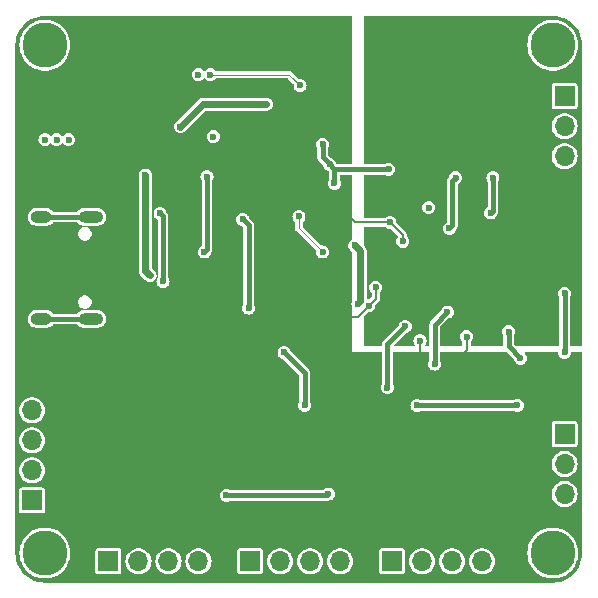
<source format=gbr>
%TF.GenerationSoftware,KiCad,Pcbnew,8.0.5-8.0.5-0~ubuntu22.04.1*%
%TF.CreationDate,2024-10-13T22:34:18+02:00*%
%TF.ProjectId,GLITCHING_FMAW,474c4954-4348-4494-9e47-5f464d41572e,rev?*%
%TF.SameCoordinates,Original*%
%TF.FileFunction,Copper,L2,Bot*%
%TF.FilePolarity,Positive*%
%FSLAX46Y46*%
G04 Gerber Fmt 4.6, Leading zero omitted, Abs format (unit mm)*
G04 Created by KiCad (PCBNEW 8.0.5-8.0.5-0~ubuntu22.04.1) date 2024-10-13 22:34:18*
%MOMM*%
%LPD*%
G01*
G04 APERTURE LIST*
%TA.AperFunction,ComponentPad*%
%ADD10R,1.700000X1.700000*%
%TD*%
%TA.AperFunction,ComponentPad*%
%ADD11O,1.700000X1.700000*%
%TD*%
%TA.AperFunction,ComponentPad*%
%ADD12C,3.800000*%
%TD*%
%TA.AperFunction,ComponentPad*%
%ADD13O,2.100000X1.000000*%
%TD*%
%TA.AperFunction,ComponentPad*%
%ADD14O,1.800000X1.000000*%
%TD*%
%TA.AperFunction,ViaPad*%
%ADD15C,0.600000*%
%TD*%
%TA.AperFunction,Conductor*%
%ADD16C,0.400000*%
%TD*%
%TA.AperFunction,Conductor*%
%ADD17C,0.200000*%
%TD*%
%TA.AperFunction,Conductor*%
%ADD18C,0.120000*%
%TD*%
%TA.AperFunction,Conductor*%
%ADD19C,0.600000*%
%TD*%
G04 APERTURE END LIST*
D10*
%TO.P,J3,1,Pin_1*%
%TO.N,GND*%
X77000000Y-59920000D03*
D11*
%TO.P,J3,2,Pin_2*%
%TO.N,Net-(J3-Pin_2)*%
X77000000Y-62460000D03*
%TO.P,J3,3,Pin_3*%
%TO.N,GND*%
X77000000Y-65000000D03*
%TD*%
D10*
%TO.P,J5,1,Pin_1*%
%TO.N,Net-(J5-Pin_1)*%
X50380000Y-70700000D03*
D11*
%TO.P,J5,2,Pin_2*%
%TO.N,Net-(J5-Pin_2)*%
X52920000Y-70700000D03*
%TO.P,J5,3,Pin_3*%
%TO.N,Net-(J5-Pin_3)*%
X55459999Y-70700000D03*
%TO.P,J5,4,Pin_4*%
%TO.N,Net-(J5-Pin_4)*%
X58000000Y-70700000D03*
%TD*%
D10*
%TO.P,J2,1,Pin_1*%
%TO.N,GND*%
X77000000Y-31320001D03*
D11*
%TO.P,J2,2,Pin_2*%
%TO.N,Net-(J2-Pin_2)*%
X77000000Y-33860001D03*
%TO.P,J2,3,Pin_3*%
%TO.N,GND*%
X77000000Y-36400000D03*
%TD*%
D10*
%TO.P,J6,1,Pin_1*%
%TO.N,Net-(J6-Pin_1)*%
X62380000Y-70700000D03*
D11*
%TO.P,J6,2,Pin_2*%
%TO.N,Net-(J6-Pin_2)*%
X64920000Y-70700000D03*
%TO.P,J6,3,Pin_3*%
%TO.N,Net-(J6-Pin_3)*%
X67459999Y-70700000D03*
%TO.P,J6,4,Pin_4*%
%TO.N,Net-(J6-Pin_4)*%
X70000000Y-70700000D03*
%TD*%
D12*
%TO.P,H1,1*%
%TO.N,N/C*%
X33000000Y-27000000D03*
%TD*%
%TO.P,H2,1*%
%TO.N,N/C*%
X33000000Y-70000000D03*
%TD*%
D10*
%TO.P,J4,1,Pin_1*%
%TO.N,Net-(J4-Pin_1)*%
X38380000Y-70700000D03*
D11*
%TO.P,J4,2,Pin_2*%
%TO.N,Net-(J4-Pin_2)*%
X40920000Y-70700000D03*
%TO.P,J4,3,Pin_3*%
%TO.N,Net-(J4-Pin_3)*%
X43459999Y-70700000D03*
%TO.P,J4,4,Pin_4*%
%TO.N,Net-(J4-Pin_4)*%
X46000000Y-70700000D03*
%TD*%
D13*
%TO.P,J1,S1,SHIELD*%
%TO.N,GND*%
X36880000Y-41540000D03*
D14*
X32700000Y-41540000D03*
D13*
X36880000Y-50180000D03*
D14*
X32700000Y-50180000D03*
%TD*%
D12*
%TO.P,H4,1*%
%TO.N,N/C*%
X76000000Y-27000000D03*
%TD*%
D10*
%TO.P,J7,1,Pin_1*%
%TO.N,GND*%
X31900000Y-65540000D03*
D11*
%TO.P,J7,2,Pin_2*%
X31900000Y-63000000D03*
%TO.P,J7,3,Pin_3*%
X31900000Y-60460001D03*
%TO.P,J7,4,Pin_4*%
X31900000Y-57920000D03*
%TD*%
D12*
%TO.P,H3,1*%
%TO.N,N/C*%
X76000000Y-70000000D03*
%TD*%
D15*
%TO.N,GND*%
X73000000Y-57500000D03*
X64500000Y-57500000D03*
X46500000Y-44500000D03*
X57000000Y-65000000D03*
X48367721Y-65103881D03*
X55000000Y-57500000D03*
X77000000Y-53000000D03*
X77000000Y-48000000D03*
X47000000Y-29500000D03*
X46000000Y-29500000D03*
X33000000Y-35000000D03*
X34000000Y-35000000D03*
X35000000Y-35000000D03*
X43000000Y-47000000D03*
X54500000Y-41500000D03*
X56500000Y-44500000D03*
X66000000Y-54000000D03*
%TO.N,+3.3V*%
X64750000Y-52025000D03*
%TO.N,GND*%
X67250000Y-42500000D03*
X72250000Y-51250000D03*
X49750000Y-41750000D03*
X54600000Y-30400000D03*
X62000000Y-56000000D03*
X67070000Y-49580000D03*
X42750000Y-41250000D03*
X50250000Y-49250000D03*
X47250000Y-34750000D03*
X63500000Y-50800000D03*
X73250000Y-53500000D03*
X46716003Y-38122809D03*
X53250000Y-53000000D03*
%TO.N,VBUS*%
X44475000Y-33895002D03*
X41500000Y-38000000D03*
X41900000Y-46500000D03*
X51750000Y-32000000D03*
%TO.N,+3.3V*%
X41750000Y-28250000D03*
X39255469Y-30742294D03*
X39250000Y-29750000D03*
X36750000Y-28250000D03*
X62206250Y-42006250D03*
X61000000Y-47500000D03*
X53875000Y-42525000D03*
X60424403Y-49059399D03*
X63300000Y-43600000D03*
X35500000Y-28250000D03*
X58630602Y-48993034D03*
X52875000Y-47460000D03*
X68700000Y-51675000D03*
X40337500Y-51587500D03*
X58725000Y-41475000D03*
X39250000Y-32750000D03*
X39250000Y-31750000D03*
%TO.N,+3.3VA*%
X66000000Y-30000000D03*
X68000000Y-30000000D03*
X67000000Y-30000000D03*
X68550000Y-41050000D03*
X72450000Y-39775000D03*
%TO.N,+1V1*%
X59500000Y-48900000D03*
X59228225Y-43960000D03*
%TO.N,GND*%
X70925000Y-38225000D03*
X57500000Y-38700000D03*
X57100000Y-37100000D03*
X56500000Y-35400000D03*
X67775000Y-38225000D03*
X65500000Y-40750000D03*
X62100000Y-37500000D03*
X70750000Y-41200000D03*
%TD*%
D16*
%TO.N,GND*%
X64500000Y-57500000D02*
X73000000Y-57500000D01*
X36880000Y-50180000D02*
X32700000Y-50180000D01*
X36880000Y-41540000D02*
X32700000Y-41540000D01*
X70925000Y-38225000D02*
X70925000Y-41025000D01*
X70925000Y-41025000D02*
X70750000Y-41200000D01*
X72250000Y-51250000D02*
X72250000Y-52500000D01*
X72250000Y-52500000D02*
X73250000Y-53500000D01*
X77000000Y-48000000D02*
X77000000Y-53000000D01*
X67775000Y-38225000D02*
X67500000Y-38500000D01*
X67500000Y-38500000D02*
X67500000Y-42250000D01*
X67500000Y-42250000D02*
X67250000Y-42500000D01*
X62100000Y-37500000D02*
X57500000Y-37500000D01*
X57100000Y-37100000D02*
X57500000Y-37500000D01*
X57500000Y-38700000D02*
X57500000Y-37500000D01*
X56500000Y-35400000D02*
X56500000Y-36500000D01*
X56500000Y-36500000D02*
X57100000Y-37100000D01*
X46716003Y-44283997D02*
X46500000Y-44500000D01*
X46716003Y-38122809D02*
X46716003Y-44283997D01*
X42750000Y-41250000D02*
X43000000Y-41500000D01*
X43000000Y-41500000D02*
X43000000Y-47000000D01*
X50250000Y-49250000D02*
X50250000Y-42250000D01*
X50250000Y-42250000D02*
X49750000Y-41750000D01*
X55000000Y-57500000D02*
X55000000Y-54750000D01*
X55000000Y-54750000D02*
X53250000Y-53000000D01*
X63500000Y-50800000D02*
X62000000Y-52300000D01*
X62000000Y-52300000D02*
X62000000Y-56000000D01*
X66000000Y-54000000D02*
X66000000Y-50650000D01*
X66000000Y-50650000D02*
X67070000Y-49580000D01*
X48367721Y-65103881D02*
X56896119Y-65103881D01*
X56896119Y-65103881D02*
X57000000Y-65000000D01*
D17*
%TO.N,+3.3V*%
X62206250Y-42006250D02*
X59256250Y-42006250D01*
X59256250Y-42006250D02*
X58725000Y-41475000D01*
X63300000Y-43600000D02*
X63300000Y-43100000D01*
X63300000Y-43100000D02*
X62206250Y-42006250D01*
D18*
%TO.N,GND*%
X47000000Y-29500000D02*
X53700000Y-29500000D01*
X53700000Y-29500000D02*
X54600000Y-30400000D01*
X56500000Y-44500000D02*
X54500000Y-42500000D01*
X54500000Y-42500000D02*
X54500000Y-41500000D01*
D17*
%TO.N,+3.3V*%
X59483802Y-50000000D02*
X57500000Y-50000000D01*
X60424403Y-49059399D02*
X59483802Y-50000000D01*
X61000000Y-47500000D02*
X61000000Y-48483802D01*
X61000000Y-48483802D02*
X60424403Y-49059399D01*
X64750000Y-52025000D02*
X64750000Y-53000000D01*
X68700000Y-52800000D02*
X67500000Y-54000000D01*
X68700000Y-51675000D02*
X68700000Y-52800000D01*
D19*
%TO.N,VBUS*%
X41900000Y-46500000D02*
X41500000Y-46100000D01*
X41500000Y-46100000D02*
X41500000Y-38000000D01*
X46370002Y-32000000D02*
X44475000Y-33895002D01*
X51750000Y-32000000D02*
X46370002Y-32000000D01*
%TO.N,+1V1*%
X59700000Y-48700000D02*
X59700000Y-44431775D01*
X59700000Y-44431775D02*
X59228225Y-43960000D01*
D17*
X59500000Y-48900000D02*
X59700000Y-48700000D01*
%TD*%
%TA.AperFunction,Conductor*%
%TO.N,+3.3V*%
G36*
X58985648Y-24514852D02*
G01*
X59000000Y-24549500D01*
X59000000Y-37000500D01*
X58985648Y-37035148D01*
X58951000Y-37049500D01*
X57706899Y-37049500D01*
X57672251Y-37035148D01*
X57654601Y-37017498D01*
X57640668Y-36989245D01*
X57637301Y-36963670D01*
X57636330Y-36956291D01*
X57580861Y-36822375D01*
X57492621Y-36707379D01*
X57377625Y-36619139D01*
X57377620Y-36619136D01*
X57243708Y-36563669D01*
X57243709Y-36563669D01*
X57210751Y-36559330D01*
X57182500Y-36545397D01*
X56964852Y-36327749D01*
X56950500Y-36293101D01*
X56950500Y-35733824D01*
X56960625Y-35703996D01*
X56980861Y-35677625D01*
X57036330Y-35543709D01*
X57055250Y-35400000D01*
X57036330Y-35256291D01*
X56989698Y-35143709D01*
X56980863Y-35122379D01*
X56980860Y-35122374D01*
X56892621Y-35007379D01*
X56892620Y-35007378D01*
X56777625Y-34919139D01*
X56777620Y-34919136D01*
X56643708Y-34863669D01*
X56500000Y-34844750D01*
X56356291Y-34863669D01*
X56222379Y-34919136D01*
X56222374Y-34919139D01*
X56107379Y-35007378D01*
X56107378Y-35007379D01*
X56019139Y-35122374D01*
X56019136Y-35122379D01*
X55963669Y-35256291D01*
X55944750Y-35400000D01*
X55963669Y-35543708D01*
X56019136Y-35677620D01*
X56019137Y-35677621D01*
X56019139Y-35677625D01*
X56039374Y-35703996D01*
X56049500Y-35733824D01*
X56049500Y-36559310D01*
X56061229Y-36603083D01*
X56073667Y-36649501D01*
X56080201Y-36673887D01*
X56080202Y-36673890D01*
X56139511Y-36776614D01*
X56545397Y-37182500D01*
X56559330Y-37210751D01*
X56563669Y-37243708D01*
X56619136Y-37377620D01*
X56619139Y-37377625D01*
X56703076Y-37487014D01*
X56707379Y-37492621D01*
X56822375Y-37580861D01*
X56822377Y-37580861D01*
X56822379Y-37580863D01*
X56886394Y-37607378D01*
X56956291Y-37636330D01*
X56989245Y-37640668D01*
X57017498Y-37654601D01*
X57035148Y-37672251D01*
X57049500Y-37706899D01*
X57049500Y-38366173D01*
X57039375Y-38396002D01*
X57019139Y-38422375D01*
X56963669Y-38556291D01*
X56944750Y-38700000D01*
X56963669Y-38843708D01*
X57019136Y-38977620D01*
X57019139Y-38977625D01*
X57107379Y-39092621D01*
X57222375Y-39180861D01*
X57222377Y-39180861D01*
X57222379Y-39180863D01*
X57356291Y-39236330D01*
X57500000Y-39255250D01*
X57643709Y-39236330D01*
X57777625Y-39180861D01*
X57892621Y-39092621D01*
X57980861Y-38977625D01*
X58036330Y-38843709D01*
X58055250Y-38700000D01*
X58036330Y-38556291D01*
X57980861Y-38422375D01*
X57965513Y-38402373D01*
X57960625Y-38396002D01*
X57950500Y-38366173D01*
X57950500Y-37999500D01*
X57964852Y-37964852D01*
X57999500Y-37950500D01*
X58951000Y-37950500D01*
X58985648Y-37964852D01*
X59000000Y-37999500D01*
X59000000Y-43425935D01*
X58985648Y-43460583D01*
X58969753Y-43471204D01*
X58950603Y-43479136D01*
X58950596Y-43479141D01*
X58924277Y-43499335D01*
X58918951Y-43502894D01*
X58890216Y-43519486D01*
X58890204Y-43519494D01*
X58866740Y-43542957D01*
X58861925Y-43547180D01*
X58835603Y-43567378D01*
X58815405Y-43593700D01*
X58811182Y-43598515D01*
X58787719Y-43621979D01*
X58787711Y-43621991D01*
X58771119Y-43650726D01*
X58767560Y-43656052D01*
X58747366Y-43682371D01*
X58747363Y-43682376D01*
X58734662Y-43713035D01*
X58731830Y-43718778D01*
X58715241Y-43747513D01*
X58715240Y-43747516D01*
X58706651Y-43779569D01*
X58704592Y-43785635D01*
X58691896Y-43816287D01*
X58691893Y-43816298D01*
X58687562Y-43849188D01*
X58686313Y-43855469D01*
X58677725Y-43887525D01*
X58677725Y-43920706D01*
X58677306Y-43927101D01*
X58672975Y-43959999D01*
X58677306Y-43992896D01*
X58677725Y-43999292D01*
X58677725Y-44032473D01*
X58686313Y-44064528D01*
X58687562Y-44070811D01*
X58691893Y-44103701D01*
X58691897Y-44103715D01*
X58704592Y-44134363D01*
X58706652Y-44140432D01*
X58715239Y-44172480D01*
X58715242Y-44172488D01*
X58731830Y-44201221D01*
X58734664Y-44206966D01*
X58747365Y-44237627D01*
X58747365Y-44237628D01*
X58767562Y-44263950D01*
X58771121Y-44269276D01*
X58787711Y-44298009D01*
X58787713Y-44298011D01*
X58787715Y-44298015D01*
X58787718Y-44298018D01*
X58811177Y-44321477D01*
X58815403Y-44326295D01*
X58835605Y-44352622D01*
X58861924Y-44372817D01*
X58866743Y-44377043D01*
X58985648Y-44495947D01*
X59000000Y-44530595D01*
X59000000Y-48658835D01*
X58996270Y-48677586D01*
X58963669Y-48756291D01*
X58944750Y-48900000D01*
X58963669Y-49043706D01*
X58963669Y-49043708D01*
X58963670Y-49043709D01*
X58996270Y-49122415D01*
X59000000Y-49141163D01*
X59000000Y-53000000D01*
X61500500Y-53000000D01*
X61535148Y-53014352D01*
X61549500Y-53049000D01*
X61549500Y-55666173D01*
X61539375Y-55696002D01*
X61519139Y-55722375D01*
X61463669Y-55856291D01*
X61444750Y-56000000D01*
X61463669Y-56143708D01*
X61519136Y-56277620D01*
X61519139Y-56277625D01*
X61607379Y-56392621D01*
X61722375Y-56480861D01*
X61722377Y-56480861D01*
X61722379Y-56480863D01*
X61856291Y-56536330D01*
X62000000Y-56555250D01*
X62143709Y-56536330D01*
X62277625Y-56480861D01*
X62392621Y-56392621D01*
X62480861Y-56277625D01*
X62536330Y-56143709D01*
X62555250Y-56000000D01*
X62536330Y-55856291D01*
X62480861Y-55722375D01*
X62460625Y-55696002D01*
X62450500Y-55666173D01*
X62450500Y-53049000D01*
X62464852Y-53014352D01*
X62499500Y-53000000D01*
X65500500Y-53000000D01*
X65535148Y-53014352D01*
X65549500Y-53049000D01*
X65549500Y-53666173D01*
X65539375Y-53696002D01*
X65519139Y-53722375D01*
X65463669Y-53856291D01*
X65444750Y-54000000D01*
X65463669Y-54143708D01*
X65519136Y-54277620D01*
X65519139Y-54277625D01*
X65607379Y-54392621D01*
X65722375Y-54480861D01*
X65722377Y-54480861D01*
X65722379Y-54480863D01*
X65856291Y-54536330D01*
X66000000Y-54555250D01*
X66143709Y-54536330D01*
X66277625Y-54480861D01*
X66392621Y-54392621D01*
X66480861Y-54277625D01*
X66536330Y-54143709D01*
X66555250Y-54000000D01*
X66536330Y-53856291D01*
X66480861Y-53722375D01*
X66460625Y-53696002D01*
X66450500Y-53666173D01*
X66450500Y-53049000D01*
X66464852Y-53014352D01*
X66499500Y-53000000D01*
X72092601Y-53000000D01*
X72127249Y-53014352D01*
X72695397Y-53582500D01*
X72709330Y-53610751D01*
X72713669Y-53643708D01*
X72769136Y-53777620D01*
X72769139Y-53777625D01*
X72857379Y-53892621D01*
X72972375Y-53980861D01*
X72972377Y-53980861D01*
X72972379Y-53980863D01*
X73018581Y-54000000D01*
X73106291Y-54036330D01*
X73250000Y-54055250D01*
X73393709Y-54036330D01*
X73527625Y-53980861D01*
X73642621Y-53892621D01*
X73730861Y-53777625D01*
X73786330Y-53643709D01*
X73805250Y-53500000D01*
X73786330Y-53356291D01*
X73730861Y-53222375D01*
X73642621Y-53107379D01*
X73617202Y-53087874D01*
X73598450Y-53055396D01*
X73608157Y-53019171D01*
X73640635Y-53000419D01*
X73647031Y-53000000D01*
X76401778Y-53000000D01*
X76436426Y-53014352D01*
X76450359Y-53042604D01*
X76463669Y-53143708D01*
X76519136Y-53277620D01*
X76519139Y-53277625D01*
X76607379Y-53392621D01*
X76722375Y-53480861D01*
X76722377Y-53480861D01*
X76722379Y-53480863D01*
X76768581Y-53500000D01*
X76856291Y-53536330D01*
X77000000Y-53555250D01*
X77143709Y-53536330D01*
X77277625Y-53480861D01*
X77392621Y-53392621D01*
X77480861Y-53277625D01*
X77536330Y-53143709D01*
X77549641Y-53042604D01*
X77568393Y-53010126D01*
X77598222Y-53000000D01*
X78450500Y-53000000D01*
X78485148Y-53014352D01*
X78499500Y-53049000D01*
X78499500Y-69998512D01*
X78499411Y-70001471D01*
X78481454Y-70298328D01*
X78480740Y-70304201D01*
X78427403Y-70595253D01*
X78425987Y-70600999D01*
X78337954Y-70883505D01*
X78335856Y-70889037D01*
X78214414Y-71158871D01*
X78211664Y-71164111D01*
X78058580Y-71417342D01*
X78055219Y-71422211D01*
X77872730Y-71655142D01*
X77868806Y-71659571D01*
X77659571Y-71868806D01*
X77655142Y-71872730D01*
X77422211Y-72055219D01*
X77417342Y-72058580D01*
X77164111Y-72211664D01*
X77158871Y-72214414D01*
X76889037Y-72335856D01*
X76883505Y-72337954D01*
X76600999Y-72425987D01*
X76595253Y-72427403D01*
X76304201Y-72480740D01*
X76298328Y-72481454D01*
X76001471Y-72499411D01*
X75998512Y-72499500D01*
X33001488Y-72499500D01*
X32998529Y-72499411D01*
X32701671Y-72481454D01*
X32695798Y-72480740D01*
X32404746Y-72427403D01*
X32399000Y-72425987D01*
X32116494Y-72337954D01*
X32110962Y-72335856D01*
X31841128Y-72214414D01*
X31835888Y-72211664D01*
X31582657Y-72058580D01*
X31577788Y-72055219D01*
X31344857Y-71872730D01*
X31340428Y-71868806D01*
X31131193Y-71659571D01*
X31127269Y-71655142D01*
X31064744Y-71575335D01*
X30944780Y-71422211D01*
X30941419Y-71417342D01*
X30859494Y-71281822D01*
X30788331Y-71164105D01*
X30785589Y-71158878D01*
X30664142Y-70889035D01*
X30662045Y-70883505D01*
X30654338Y-70858771D01*
X30574009Y-70600990D01*
X30572596Y-70595253D01*
X30570084Y-70581546D01*
X30519258Y-70304199D01*
X30518545Y-70298327D01*
X30500589Y-70001470D01*
X30500545Y-70000000D01*
X30844475Y-70000000D01*
X30864551Y-70293512D01*
X30924405Y-70581546D01*
X30930313Y-70598170D01*
X31022928Y-70858764D01*
X31147538Y-71099248D01*
X31158276Y-71119972D01*
X31158280Y-71119980D01*
X31201145Y-71180705D01*
X31327935Y-71360326D01*
X31528740Y-71575335D01*
X31756951Y-71760999D01*
X32008318Y-71913859D01*
X32278159Y-72031067D01*
X32561445Y-72110440D01*
X32812841Y-72144993D01*
X32852901Y-72150500D01*
X32852902Y-72150500D01*
X33147099Y-72150500D01*
X33182318Y-72145659D01*
X33438555Y-72110440D01*
X33721841Y-72031067D01*
X33991682Y-71913859D01*
X34243049Y-71760999D01*
X34471260Y-71575335D01*
X34672065Y-71360326D01*
X34841722Y-71119976D01*
X34977072Y-70858764D01*
X35075592Y-70581554D01*
X35093181Y-70496914D01*
X35135448Y-70293512D01*
X35136733Y-70274720D01*
X35155525Y-70000000D01*
X35143577Y-69825322D01*
X37279500Y-69825322D01*
X37279500Y-71574677D01*
X37294033Y-71647739D01*
X37349398Y-71730601D01*
X37397924Y-71763024D01*
X37432260Y-71785966D01*
X37505326Y-71800500D01*
X39254674Y-71800500D01*
X39327740Y-71785966D01*
X39410601Y-71730601D01*
X39465966Y-71647740D01*
X39480500Y-71574674D01*
X39480500Y-70700000D01*
X39814785Y-70700000D01*
X39833602Y-70903079D01*
X39833603Y-70903085D01*
X39889417Y-71099248D01*
X39889420Y-71099255D01*
X39980325Y-71281818D01*
X39980328Y-71281822D01*
X40103233Y-71444576D01*
X40103236Y-71444579D01*
X40253954Y-71581977D01*
X40253955Y-71581978D01*
X40253959Y-71581981D01*
X40427363Y-71689348D01*
X40617544Y-71763024D01*
X40818024Y-71800500D01*
X40818026Y-71800500D01*
X41021974Y-71800500D01*
X41021976Y-71800500D01*
X41222456Y-71763024D01*
X41412637Y-71689348D01*
X41586041Y-71581981D01*
X41736764Y-71444579D01*
X41859673Y-71281821D01*
X41950582Y-71099250D01*
X42006397Y-70903083D01*
X42025215Y-70700000D01*
X42354784Y-70700000D01*
X42373601Y-70903079D01*
X42373602Y-70903085D01*
X42429416Y-71099248D01*
X42429419Y-71099255D01*
X42520324Y-71281818D01*
X42520327Y-71281822D01*
X42643232Y-71444576D01*
X42643235Y-71444579D01*
X42793953Y-71581977D01*
X42793954Y-71581978D01*
X42793958Y-71581981D01*
X42967362Y-71689348D01*
X43157543Y-71763024D01*
X43358023Y-71800500D01*
X43358025Y-71800500D01*
X43561973Y-71800500D01*
X43561975Y-71800500D01*
X43762455Y-71763024D01*
X43952636Y-71689348D01*
X44126040Y-71581981D01*
X44276763Y-71444579D01*
X44399672Y-71281821D01*
X44490581Y-71099250D01*
X44546396Y-70903083D01*
X44565214Y-70700000D01*
X44894785Y-70700000D01*
X44913602Y-70903079D01*
X44913603Y-70903085D01*
X44969417Y-71099248D01*
X44969420Y-71099255D01*
X45060325Y-71281818D01*
X45060328Y-71281822D01*
X45183233Y-71444576D01*
X45183236Y-71444579D01*
X45333954Y-71581977D01*
X45333955Y-71581978D01*
X45333959Y-71581981D01*
X45507363Y-71689348D01*
X45697544Y-71763024D01*
X45898024Y-71800500D01*
X45898026Y-71800500D01*
X46101974Y-71800500D01*
X46101976Y-71800500D01*
X46302456Y-71763024D01*
X46492637Y-71689348D01*
X46666041Y-71581981D01*
X46816764Y-71444579D01*
X46939673Y-71281821D01*
X47030582Y-71099250D01*
X47086397Y-70903083D01*
X47105215Y-70700000D01*
X47086397Y-70496917D01*
X47030582Y-70300750D01*
X46939673Y-70118179D01*
X46878218Y-70036800D01*
X46816766Y-69955423D01*
X46816763Y-69955420D01*
X46674053Y-69825322D01*
X49279500Y-69825322D01*
X49279500Y-71574677D01*
X49294033Y-71647739D01*
X49349398Y-71730601D01*
X49397924Y-71763024D01*
X49432260Y-71785966D01*
X49505326Y-71800500D01*
X51254674Y-71800500D01*
X51327740Y-71785966D01*
X51410601Y-71730601D01*
X51465966Y-71647740D01*
X51480500Y-71574674D01*
X51480500Y-70700000D01*
X51814785Y-70700000D01*
X51833602Y-70903079D01*
X51833603Y-70903085D01*
X51889417Y-71099248D01*
X51889420Y-71099255D01*
X51980325Y-71281818D01*
X51980328Y-71281822D01*
X52103233Y-71444576D01*
X52103236Y-71444579D01*
X52253954Y-71581977D01*
X52253955Y-71581978D01*
X52253959Y-71581981D01*
X52427363Y-71689348D01*
X52617544Y-71763024D01*
X52818024Y-71800500D01*
X52818026Y-71800500D01*
X53021974Y-71800500D01*
X53021976Y-71800500D01*
X53222456Y-71763024D01*
X53412637Y-71689348D01*
X53586041Y-71581981D01*
X53736764Y-71444579D01*
X53859673Y-71281821D01*
X53950582Y-71099250D01*
X54006397Y-70903083D01*
X54025215Y-70700000D01*
X54354784Y-70700000D01*
X54373601Y-70903079D01*
X54373602Y-70903085D01*
X54429416Y-71099248D01*
X54429419Y-71099255D01*
X54520324Y-71281818D01*
X54520327Y-71281822D01*
X54643232Y-71444576D01*
X54643235Y-71444579D01*
X54793953Y-71581977D01*
X54793954Y-71581978D01*
X54793958Y-71581981D01*
X54967362Y-71689348D01*
X55157543Y-71763024D01*
X55358023Y-71800500D01*
X55358025Y-71800500D01*
X55561973Y-71800500D01*
X55561975Y-71800500D01*
X55762455Y-71763024D01*
X55952636Y-71689348D01*
X56126040Y-71581981D01*
X56276763Y-71444579D01*
X56399672Y-71281821D01*
X56490581Y-71099250D01*
X56546396Y-70903083D01*
X56565214Y-70700000D01*
X56894785Y-70700000D01*
X56913602Y-70903079D01*
X56913603Y-70903085D01*
X56969417Y-71099248D01*
X56969420Y-71099255D01*
X57060325Y-71281818D01*
X57060328Y-71281822D01*
X57183233Y-71444576D01*
X57183236Y-71444579D01*
X57333954Y-71581977D01*
X57333955Y-71581978D01*
X57333959Y-71581981D01*
X57507363Y-71689348D01*
X57697544Y-71763024D01*
X57898024Y-71800500D01*
X57898026Y-71800500D01*
X58101974Y-71800500D01*
X58101976Y-71800500D01*
X58302456Y-71763024D01*
X58492637Y-71689348D01*
X58666041Y-71581981D01*
X58816764Y-71444579D01*
X58939673Y-71281821D01*
X59030582Y-71099250D01*
X59086397Y-70903083D01*
X59105215Y-70700000D01*
X59086397Y-70496917D01*
X59030582Y-70300750D01*
X58939673Y-70118179D01*
X58878218Y-70036800D01*
X58816766Y-69955423D01*
X58816763Y-69955420D01*
X58674053Y-69825322D01*
X61279500Y-69825322D01*
X61279500Y-71574677D01*
X61294033Y-71647739D01*
X61349398Y-71730601D01*
X61397924Y-71763024D01*
X61432260Y-71785966D01*
X61505326Y-71800500D01*
X63254674Y-71800500D01*
X63327740Y-71785966D01*
X63410601Y-71730601D01*
X63465966Y-71647740D01*
X63480500Y-71574674D01*
X63480500Y-70700000D01*
X63814785Y-70700000D01*
X63833602Y-70903079D01*
X63833603Y-70903085D01*
X63889417Y-71099248D01*
X63889420Y-71099255D01*
X63980325Y-71281818D01*
X63980328Y-71281822D01*
X64103233Y-71444576D01*
X64103236Y-71444579D01*
X64253954Y-71581977D01*
X64253955Y-71581978D01*
X64253959Y-71581981D01*
X64427363Y-71689348D01*
X64617544Y-71763024D01*
X64818024Y-71800500D01*
X64818026Y-71800500D01*
X65021974Y-71800500D01*
X65021976Y-71800500D01*
X65222456Y-71763024D01*
X65412637Y-71689348D01*
X65586041Y-71581981D01*
X65736764Y-71444579D01*
X65859673Y-71281821D01*
X65950582Y-71099250D01*
X66006397Y-70903083D01*
X66025215Y-70700000D01*
X66354784Y-70700000D01*
X66373601Y-70903079D01*
X66373602Y-70903085D01*
X66429416Y-71099248D01*
X66429419Y-71099255D01*
X66520324Y-71281818D01*
X66520327Y-71281822D01*
X66643232Y-71444576D01*
X66643235Y-71444579D01*
X66793953Y-71581977D01*
X66793954Y-71581978D01*
X66793958Y-71581981D01*
X66967362Y-71689348D01*
X67157543Y-71763024D01*
X67358023Y-71800500D01*
X67358025Y-71800500D01*
X67561973Y-71800500D01*
X67561975Y-71800500D01*
X67762455Y-71763024D01*
X67952636Y-71689348D01*
X68126040Y-71581981D01*
X68276763Y-71444579D01*
X68399672Y-71281821D01*
X68490581Y-71099250D01*
X68546396Y-70903083D01*
X68565214Y-70700000D01*
X68894785Y-70700000D01*
X68913602Y-70903079D01*
X68913603Y-70903085D01*
X68969417Y-71099248D01*
X68969420Y-71099255D01*
X69060325Y-71281818D01*
X69060328Y-71281822D01*
X69183233Y-71444576D01*
X69183236Y-71444579D01*
X69333954Y-71581977D01*
X69333955Y-71581978D01*
X69333959Y-71581981D01*
X69507363Y-71689348D01*
X69697544Y-71763024D01*
X69898024Y-71800500D01*
X69898026Y-71800500D01*
X70101974Y-71800500D01*
X70101976Y-71800500D01*
X70302456Y-71763024D01*
X70492637Y-71689348D01*
X70666041Y-71581981D01*
X70816764Y-71444579D01*
X70939673Y-71281821D01*
X71030582Y-71099250D01*
X71086397Y-70903083D01*
X71105215Y-70700000D01*
X71086397Y-70496917D01*
X71030582Y-70300750D01*
X70939673Y-70118179D01*
X70878218Y-70036800D01*
X70850428Y-70000000D01*
X73844475Y-70000000D01*
X73864551Y-70293512D01*
X73924405Y-70581546D01*
X73930313Y-70598170D01*
X74022928Y-70858764D01*
X74147538Y-71099248D01*
X74158276Y-71119972D01*
X74158280Y-71119980D01*
X74201145Y-71180705D01*
X74327935Y-71360326D01*
X74528740Y-71575335D01*
X74756951Y-71760999D01*
X75008318Y-71913859D01*
X75278159Y-72031067D01*
X75561445Y-72110440D01*
X75812841Y-72144993D01*
X75852901Y-72150500D01*
X75852902Y-72150500D01*
X76147099Y-72150500D01*
X76182318Y-72145659D01*
X76438555Y-72110440D01*
X76721841Y-72031067D01*
X76991682Y-71913859D01*
X77243049Y-71760999D01*
X77471260Y-71575335D01*
X77672065Y-71360326D01*
X77841722Y-71119976D01*
X77977072Y-70858764D01*
X78075592Y-70581554D01*
X78093181Y-70496914D01*
X78135448Y-70293512D01*
X78136733Y-70274720D01*
X78155525Y-70000000D01*
X78135448Y-69706489D01*
X78127741Y-69669399D01*
X78075594Y-69418453D01*
X78075592Y-69418446D01*
X77977072Y-69141236D01*
X77841722Y-68880024D01*
X77841720Y-68880021D01*
X77841719Y-68880019D01*
X77787189Y-68802768D01*
X77672065Y-68639674D01*
X77471260Y-68424665D01*
X77243049Y-68239001D01*
X76991682Y-68086141D01*
X76991678Y-68086139D01*
X76991676Y-68086138D01*
X76721842Y-67968933D01*
X76438560Y-67889561D01*
X76438555Y-67889560D01*
X76147099Y-67849500D01*
X76147098Y-67849500D01*
X75852902Y-67849500D01*
X75852901Y-67849500D01*
X75561444Y-67889560D01*
X75561439Y-67889561D01*
X75278157Y-67968933D01*
X75008323Y-68086138D01*
X74756949Y-68239002D01*
X74528748Y-68424658D01*
X74528737Y-68424668D01*
X74327939Y-68639669D01*
X74327933Y-68639677D01*
X74158280Y-68880019D01*
X74158276Y-68880027D01*
X74022932Y-69141228D01*
X74022928Y-69141237D01*
X73924405Y-69418453D01*
X73864551Y-69706487D01*
X73844475Y-70000000D01*
X70850428Y-70000000D01*
X70816766Y-69955423D01*
X70816763Y-69955420D01*
X70666045Y-69818022D01*
X70666042Y-69818020D01*
X70666041Y-69818019D01*
X70492637Y-69710652D01*
X70492634Y-69710651D01*
X70492633Y-69710650D01*
X70302462Y-69636978D01*
X70302460Y-69636977D01*
X70302456Y-69636976D01*
X70101976Y-69599500D01*
X69898024Y-69599500D01*
X69697544Y-69636976D01*
X69697540Y-69636977D01*
X69697537Y-69636978D01*
X69507366Y-69710650D01*
X69333954Y-69818022D01*
X69183236Y-69955420D01*
X69183233Y-69955423D01*
X69060328Y-70118177D01*
X69060325Y-70118181D01*
X68969420Y-70300744D01*
X68969417Y-70300751D01*
X68913603Y-70496914D01*
X68913602Y-70496920D01*
X68894785Y-70700000D01*
X68565214Y-70700000D01*
X68546396Y-70496917D01*
X68490581Y-70300750D01*
X68399672Y-70118179D01*
X68338217Y-70036800D01*
X68276765Y-69955423D01*
X68276762Y-69955420D01*
X68126044Y-69818022D01*
X68126041Y-69818020D01*
X68126040Y-69818019D01*
X67952636Y-69710652D01*
X67952633Y-69710651D01*
X67952632Y-69710650D01*
X67762461Y-69636978D01*
X67762459Y-69636977D01*
X67762455Y-69636976D01*
X67561975Y-69599500D01*
X67358023Y-69599500D01*
X67157543Y-69636976D01*
X67157539Y-69636977D01*
X67157536Y-69636978D01*
X66967365Y-69710650D01*
X66793953Y-69818022D01*
X66643235Y-69955420D01*
X66643232Y-69955423D01*
X66520327Y-70118177D01*
X66520324Y-70118181D01*
X66429419Y-70300744D01*
X66429416Y-70300751D01*
X66373602Y-70496914D01*
X66373601Y-70496920D01*
X66354784Y-70700000D01*
X66025215Y-70700000D01*
X66006397Y-70496917D01*
X65950582Y-70300750D01*
X65859673Y-70118179D01*
X65798218Y-70036800D01*
X65736766Y-69955423D01*
X65736763Y-69955420D01*
X65586045Y-69818022D01*
X65586042Y-69818020D01*
X65586041Y-69818019D01*
X65412637Y-69710652D01*
X65412634Y-69710651D01*
X65412633Y-69710650D01*
X65222462Y-69636978D01*
X65222460Y-69636977D01*
X65222456Y-69636976D01*
X65021976Y-69599500D01*
X64818024Y-69599500D01*
X64617544Y-69636976D01*
X64617540Y-69636977D01*
X64617537Y-69636978D01*
X64427366Y-69710650D01*
X64253954Y-69818022D01*
X64103236Y-69955420D01*
X64103233Y-69955423D01*
X63980328Y-70118177D01*
X63980325Y-70118181D01*
X63889420Y-70300744D01*
X63889417Y-70300751D01*
X63833603Y-70496914D01*
X63833602Y-70496920D01*
X63814785Y-70700000D01*
X63480500Y-70700000D01*
X63480500Y-69825326D01*
X63465966Y-69752260D01*
X63438164Y-69710650D01*
X63410601Y-69669398D01*
X63327739Y-69614033D01*
X63254677Y-69599500D01*
X63254674Y-69599500D01*
X61505326Y-69599500D01*
X61505322Y-69599500D01*
X61432260Y-69614033D01*
X61349398Y-69669398D01*
X61294033Y-69752260D01*
X61279500Y-69825322D01*
X58674053Y-69825322D01*
X58666045Y-69818022D01*
X58666042Y-69818020D01*
X58666041Y-69818019D01*
X58492637Y-69710652D01*
X58492634Y-69710651D01*
X58492633Y-69710650D01*
X58302462Y-69636978D01*
X58302460Y-69636977D01*
X58302456Y-69636976D01*
X58101976Y-69599500D01*
X57898024Y-69599500D01*
X57697544Y-69636976D01*
X57697540Y-69636977D01*
X57697537Y-69636978D01*
X57507366Y-69710650D01*
X57333954Y-69818022D01*
X57183236Y-69955420D01*
X57183233Y-69955423D01*
X57060328Y-70118177D01*
X57060325Y-70118181D01*
X56969420Y-70300744D01*
X56969417Y-70300751D01*
X56913603Y-70496914D01*
X56913602Y-70496920D01*
X56894785Y-70700000D01*
X56565214Y-70700000D01*
X56546396Y-70496917D01*
X56490581Y-70300750D01*
X56399672Y-70118179D01*
X56338217Y-70036800D01*
X56276765Y-69955423D01*
X56276762Y-69955420D01*
X56126044Y-69818022D01*
X56126041Y-69818020D01*
X56126040Y-69818019D01*
X55952636Y-69710652D01*
X55952633Y-69710651D01*
X55952632Y-69710650D01*
X55762461Y-69636978D01*
X55762459Y-69636977D01*
X55762455Y-69636976D01*
X55561975Y-69599500D01*
X55358023Y-69599500D01*
X55157543Y-69636976D01*
X55157539Y-69636977D01*
X55157536Y-69636978D01*
X54967365Y-69710650D01*
X54793953Y-69818022D01*
X54643235Y-69955420D01*
X54643232Y-69955423D01*
X54520327Y-70118177D01*
X54520324Y-70118181D01*
X54429419Y-70300744D01*
X54429416Y-70300751D01*
X54373602Y-70496914D01*
X54373601Y-70496920D01*
X54354784Y-70700000D01*
X54025215Y-70700000D01*
X54006397Y-70496917D01*
X53950582Y-70300750D01*
X53859673Y-70118179D01*
X53798218Y-70036800D01*
X53736766Y-69955423D01*
X53736763Y-69955420D01*
X53586045Y-69818022D01*
X53586042Y-69818020D01*
X53586041Y-69818019D01*
X53412637Y-69710652D01*
X53412634Y-69710651D01*
X53412633Y-69710650D01*
X53222462Y-69636978D01*
X53222460Y-69636977D01*
X53222456Y-69636976D01*
X53021976Y-69599500D01*
X52818024Y-69599500D01*
X52617544Y-69636976D01*
X52617540Y-69636977D01*
X52617537Y-69636978D01*
X52427366Y-69710650D01*
X52253954Y-69818022D01*
X52103236Y-69955420D01*
X52103233Y-69955423D01*
X51980328Y-70118177D01*
X51980325Y-70118181D01*
X51889420Y-70300744D01*
X51889417Y-70300751D01*
X51833603Y-70496914D01*
X51833602Y-70496920D01*
X51814785Y-70700000D01*
X51480500Y-70700000D01*
X51480500Y-69825326D01*
X51465966Y-69752260D01*
X51438164Y-69710650D01*
X51410601Y-69669398D01*
X51327739Y-69614033D01*
X51254677Y-69599500D01*
X51254674Y-69599500D01*
X49505326Y-69599500D01*
X49505322Y-69599500D01*
X49432260Y-69614033D01*
X49349398Y-69669398D01*
X49294033Y-69752260D01*
X49279500Y-69825322D01*
X46674053Y-69825322D01*
X46666045Y-69818022D01*
X46666042Y-69818020D01*
X46666041Y-69818019D01*
X46492637Y-69710652D01*
X46492634Y-69710651D01*
X46492633Y-69710650D01*
X46302462Y-69636978D01*
X46302460Y-69636977D01*
X46302456Y-69636976D01*
X46101976Y-69599500D01*
X45898024Y-69599500D01*
X45697544Y-69636976D01*
X45697540Y-69636977D01*
X45697537Y-69636978D01*
X45507366Y-69710650D01*
X45333954Y-69818022D01*
X45183236Y-69955420D01*
X45183233Y-69955423D01*
X45060328Y-70118177D01*
X45060325Y-70118181D01*
X44969420Y-70300744D01*
X44969417Y-70300751D01*
X44913603Y-70496914D01*
X44913602Y-70496920D01*
X44894785Y-70700000D01*
X44565214Y-70700000D01*
X44546396Y-70496917D01*
X44490581Y-70300750D01*
X44399672Y-70118179D01*
X44338217Y-70036800D01*
X44276765Y-69955423D01*
X44276762Y-69955420D01*
X44126044Y-69818022D01*
X44126041Y-69818020D01*
X44126040Y-69818019D01*
X43952636Y-69710652D01*
X43952633Y-69710651D01*
X43952632Y-69710650D01*
X43762461Y-69636978D01*
X43762459Y-69636977D01*
X43762455Y-69636976D01*
X43561975Y-69599500D01*
X43358023Y-69599500D01*
X43157543Y-69636976D01*
X43157539Y-69636977D01*
X43157536Y-69636978D01*
X42967365Y-69710650D01*
X42793953Y-69818022D01*
X42643235Y-69955420D01*
X42643232Y-69955423D01*
X42520327Y-70118177D01*
X42520324Y-70118181D01*
X42429419Y-70300744D01*
X42429416Y-70300751D01*
X42373602Y-70496914D01*
X42373601Y-70496920D01*
X42354784Y-70700000D01*
X42025215Y-70700000D01*
X42006397Y-70496917D01*
X41950582Y-70300750D01*
X41859673Y-70118179D01*
X41798218Y-70036800D01*
X41736766Y-69955423D01*
X41736763Y-69955420D01*
X41586045Y-69818022D01*
X41586042Y-69818020D01*
X41586041Y-69818019D01*
X41412637Y-69710652D01*
X41412634Y-69710651D01*
X41412633Y-69710650D01*
X41222462Y-69636978D01*
X41222460Y-69636977D01*
X41222456Y-69636976D01*
X41021976Y-69599500D01*
X40818024Y-69599500D01*
X40617544Y-69636976D01*
X40617540Y-69636977D01*
X40617537Y-69636978D01*
X40427366Y-69710650D01*
X40253954Y-69818022D01*
X40103236Y-69955420D01*
X40103233Y-69955423D01*
X39980328Y-70118177D01*
X39980325Y-70118181D01*
X39889420Y-70300744D01*
X39889417Y-70300751D01*
X39833603Y-70496914D01*
X39833602Y-70496920D01*
X39814785Y-70700000D01*
X39480500Y-70700000D01*
X39480500Y-69825326D01*
X39465966Y-69752260D01*
X39438164Y-69710650D01*
X39410601Y-69669398D01*
X39327739Y-69614033D01*
X39254677Y-69599500D01*
X39254674Y-69599500D01*
X37505326Y-69599500D01*
X37505322Y-69599500D01*
X37432260Y-69614033D01*
X37349398Y-69669398D01*
X37294033Y-69752260D01*
X37279500Y-69825322D01*
X35143577Y-69825322D01*
X35135448Y-69706489D01*
X35127741Y-69669399D01*
X35075594Y-69418453D01*
X35075592Y-69418446D01*
X34977072Y-69141236D01*
X34841722Y-68880024D01*
X34841720Y-68880021D01*
X34841719Y-68880019D01*
X34787189Y-68802768D01*
X34672065Y-68639674D01*
X34471260Y-68424665D01*
X34243049Y-68239001D01*
X33991682Y-68086141D01*
X33991678Y-68086139D01*
X33991676Y-68086138D01*
X33721842Y-67968933D01*
X33438560Y-67889561D01*
X33438555Y-67889560D01*
X33147099Y-67849500D01*
X33147098Y-67849500D01*
X32852902Y-67849500D01*
X32852901Y-67849500D01*
X32561444Y-67889560D01*
X32561439Y-67889561D01*
X32278157Y-67968933D01*
X32008323Y-68086138D01*
X31756949Y-68239002D01*
X31528748Y-68424658D01*
X31528737Y-68424668D01*
X31327939Y-68639669D01*
X31327933Y-68639677D01*
X31158280Y-68880019D01*
X31158276Y-68880027D01*
X31022932Y-69141228D01*
X31022928Y-69141237D01*
X30924405Y-69418453D01*
X30864551Y-69706487D01*
X30844475Y-70000000D01*
X30500545Y-70000000D01*
X30500500Y-69998512D01*
X30500500Y-64665322D01*
X30799500Y-64665322D01*
X30799500Y-66414677D01*
X30814033Y-66487739D01*
X30869398Y-66570601D01*
X30952260Y-66625966D01*
X31025326Y-66640500D01*
X32774674Y-66640500D01*
X32847740Y-66625966D01*
X32930601Y-66570601D01*
X32985966Y-66487740D01*
X33000500Y-66414674D01*
X33000500Y-65103881D01*
X47812471Y-65103881D01*
X47831390Y-65247589D01*
X47886857Y-65381501D01*
X47886860Y-65381506D01*
X47900475Y-65399250D01*
X47975100Y-65496502D01*
X48090096Y-65584742D01*
X48090098Y-65584742D01*
X48090100Y-65584744D01*
X48224012Y-65640211D01*
X48367721Y-65659131D01*
X48511430Y-65640211D01*
X48645346Y-65584742D01*
X48671718Y-65564505D01*
X48701546Y-65554381D01*
X56955425Y-65554381D01*
X56955428Y-65554381D01*
X56958518Y-65553552D01*
X56977599Y-65552300D01*
X57000000Y-65555250D01*
X57143709Y-65536330D01*
X57277625Y-65480861D01*
X57392621Y-65392621D01*
X57480861Y-65277625D01*
X57536330Y-65143709D01*
X57555250Y-65000000D01*
X75894785Y-65000000D01*
X75913602Y-65203079D01*
X75913603Y-65203085D01*
X75969417Y-65399248D01*
X75969420Y-65399255D01*
X76060325Y-65581818D01*
X76060326Y-65581820D01*
X76060327Y-65581821D01*
X76091054Y-65622510D01*
X76183233Y-65744576D01*
X76183236Y-65744579D01*
X76333954Y-65881977D01*
X76333955Y-65881978D01*
X76333959Y-65881981D01*
X76507363Y-65989348D01*
X76697544Y-66063024D01*
X76898024Y-66100500D01*
X76898026Y-66100500D01*
X77101974Y-66100500D01*
X77101976Y-66100500D01*
X77302456Y-66063024D01*
X77492637Y-65989348D01*
X77666041Y-65881981D01*
X77816764Y-65744579D01*
X77939673Y-65581821D01*
X78030582Y-65399250D01*
X78086397Y-65203083D01*
X78105215Y-65000000D01*
X78086397Y-64796917D01*
X78030582Y-64600750D01*
X77939673Y-64418179D01*
X77816764Y-64255421D01*
X77816763Y-64255420D01*
X77666045Y-64118022D01*
X77666042Y-64118020D01*
X77666041Y-64118019D01*
X77492637Y-64010652D01*
X77492634Y-64010651D01*
X77492633Y-64010650D01*
X77302462Y-63936978D01*
X77302460Y-63936977D01*
X77302456Y-63936976D01*
X77101976Y-63899500D01*
X76898024Y-63899500D01*
X76697544Y-63936976D01*
X76697540Y-63936977D01*
X76697537Y-63936978D01*
X76507366Y-64010650D01*
X76333954Y-64118022D01*
X76183236Y-64255420D01*
X76183233Y-64255423D01*
X76060328Y-64418177D01*
X76060325Y-64418181D01*
X75969420Y-64600744D01*
X75969417Y-64600751D01*
X75913603Y-64796914D01*
X75913602Y-64796920D01*
X75894785Y-65000000D01*
X57555250Y-65000000D01*
X57536330Y-64856291D01*
X57480861Y-64722375D01*
X57392621Y-64607379D01*
X57392618Y-64607377D01*
X57277625Y-64519139D01*
X57277620Y-64519136D01*
X57143708Y-64463669D01*
X57000000Y-64444750D01*
X56856291Y-64463669D01*
X56722379Y-64519136D01*
X56722374Y-64519139D01*
X56607380Y-64607377D01*
X56586790Y-64634211D01*
X56554311Y-64652962D01*
X56547916Y-64653381D01*
X48701546Y-64653381D01*
X48671718Y-64643256D01*
X48645346Y-64623020D01*
X48645343Y-64623019D01*
X48645341Y-64623017D01*
X48511429Y-64567550D01*
X48367721Y-64548631D01*
X48224012Y-64567550D01*
X48090100Y-64623017D01*
X48090095Y-64623020D01*
X47975100Y-64711259D01*
X47975099Y-64711260D01*
X47886860Y-64826255D01*
X47886857Y-64826260D01*
X47831390Y-64960172D01*
X47812471Y-65103881D01*
X33000500Y-65103881D01*
X33000500Y-64665326D01*
X32985966Y-64592260D01*
X32956815Y-64548631D01*
X32930601Y-64509398D01*
X32847739Y-64454033D01*
X32774677Y-64439500D01*
X32774674Y-64439500D01*
X31025326Y-64439500D01*
X31025322Y-64439500D01*
X30952260Y-64454033D01*
X30869398Y-64509398D01*
X30814033Y-64592260D01*
X30799500Y-64665322D01*
X30500500Y-64665322D01*
X30500500Y-63000000D01*
X30794785Y-63000000D01*
X30813602Y-63203079D01*
X30813603Y-63203085D01*
X30869417Y-63399248D01*
X30869420Y-63399255D01*
X30960325Y-63581818D01*
X30960328Y-63581822D01*
X31083233Y-63744576D01*
X31083236Y-63744579D01*
X31233954Y-63881977D01*
X31233955Y-63881978D01*
X31233959Y-63881981D01*
X31407363Y-63989348D01*
X31597544Y-64063024D01*
X31798024Y-64100500D01*
X31798026Y-64100500D01*
X32001974Y-64100500D01*
X32001976Y-64100500D01*
X32202456Y-64063024D01*
X32392637Y-63989348D01*
X32566041Y-63881981D01*
X32716764Y-63744579D01*
X32839673Y-63581821D01*
X32930582Y-63399250D01*
X32986397Y-63203083D01*
X33005215Y-63000000D01*
X32986397Y-62796917D01*
X32930582Y-62600750D01*
X32860497Y-62460000D01*
X75894785Y-62460000D01*
X75913602Y-62663079D01*
X75913603Y-62663085D01*
X75969417Y-62859248D01*
X75969420Y-62859255D01*
X76060325Y-63041818D01*
X76060328Y-63041822D01*
X76183233Y-63204576D01*
X76183236Y-63204579D01*
X76333954Y-63341977D01*
X76333955Y-63341978D01*
X76333959Y-63341981D01*
X76507363Y-63449348D01*
X76697544Y-63523024D01*
X76898024Y-63560500D01*
X76898026Y-63560500D01*
X77101974Y-63560500D01*
X77101976Y-63560500D01*
X77302456Y-63523024D01*
X77492637Y-63449348D01*
X77666041Y-63341981D01*
X77816764Y-63204579D01*
X77939673Y-63041821D01*
X78030582Y-62859250D01*
X78086397Y-62663083D01*
X78105215Y-62460000D01*
X78086397Y-62256917D01*
X78030582Y-62060750D01*
X77939673Y-61878179D01*
X77816764Y-61715421D01*
X77816763Y-61715420D01*
X77666045Y-61578022D01*
X77666042Y-61578020D01*
X77666041Y-61578019D01*
X77492637Y-61470652D01*
X77492634Y-61470651D01*
X77492633Y-61470650D01*
X77302462Y-61396978D01*
X77302460Y-61396977D01*
X77302456Y-61396976D01*
X77101976Y-61359500D01*
X76898024Y-61359500D01*
X76697544Y-61396976D01*
X76697540Y-61396977D01*
X76697537Y-61396978D01*
X76507366Y-61470650D01*
X76333954Y-61578022D01*
X76183236Y-61715420D01*
X76183233Y-61715423D01*
X76060328Y-61878177D01*
X76060325Y-61878181D01*
X75969420Y-62060744D01*
X75969417Y-62060751D01*
X75913603Y-62256914D01*
X75913602Y-62256920D01*
X75894785Y-62460000D01*
X32860497Y-62460000D01*
X32839673Y-62418179D01*
X32717894Y-62256917D01*
X32716766Y-62255423D01*
X32716763Y-62255420D01*
X32566045Y-62118022D01*
X32566042Y-62118020D01*
X32566041Y-62118019D01*
X32392637Y-62010652D01*
X32392634Y-62010651D01*
X32392633Y-62010650D01*
X32202462Y-61936978D01*
X32202460Y-61936977D01*
X32202456Y-61936976D01*
X32001976Y-61899500D01*
X31798024Y-61899500D01*
X31597544Y-61936976D01*
X31597540Y-61936977D01*
X31597537Y-61936978D01*
X31407366Y-62010650D01*
X31233954Y-62118022D01*
X31083236Y-62255420D01*
X31083233Y-62255423D01*
X30960328Y-62418177D01*
X30960325Y-62418181D01*
X30869420Y-62600744D01*
X30869417Y-62600751D01*
X30813603Y-62796914D01*
X30813602Y-62796920D01*
X30794785Y-63000000D01*
X30500500Y-63000000D01*
X30500500Y-60460001D01*
X30794785Y-60460001D01*
X30813602Y-60663080D01*
X30813603Y-60663086D01*
X30869417Y-60859249D01*
X30869420Y-60859256D01*
X30960325Y-61041819D01*
X30960328Y-61041823D01*
X31083233Y-61204577D01*
X31083236Y-61204580D01*
X31233954Y-61341978D01*
X31233955Y-61341979D01*
X31233959Y-61341982D01*
X31407363Y-61449349D01*
X31597544Y-61523025D01*
X31798024Y-61560501D01*
X31798026Y-61560501D01*
X32001974Y-61560501D01*
X32001976Y-61560501D01*
X32202456Y-61523025D01*
X32392637Y-61449349D01*
X32566041Y-61341982D01*
X32716764Y-61204580D01*
X32839673Y-61041822D01*
X32930582Y-60859251D01*
X32986397Y-60663084D01*
X33005215Y-60460001D01*
X32986397Y-60256918D01*
X32930582Y-60060751D01*
X32839673Y-59878180D01*
X32716764Y-59715422D01*
X32716763Y-59715421D01*
X32566045Y-59578023D01*
X32566042Y-59578021D01*
X32566041Y-59578020D01*
X32392637Y-59470653D01*
X32392634Y-59470652D01*
X32392633Y-59470651D01*
X32202462Y-59396979D01*
X32202460Y-59396978D01*
X32202456Y-59396977D01*
X32001976Y-59359501D01*
X31798024Y-59359501D01*
X31597544Y-59396977D01*
X31597540Y-59396978D01*
X31597537Y-59396979D01*
X31407366Y-59470651D01*
X31233954Y-59578023D01*
X31083236Y-59715421D01*
X31083233Y-59715424D01*
X30960328Y-59878178D01*
X30960325Y-59878182D01*
X30869420Y-60060745D01*
X30869417Y-60060752D01*
X30813603Y-60256915D01*
X30813602Y-60256921D01*
X30794785Y-60460001D01*
X30500500Y-60460001D01*
X30500500Y-59045322D01*
X75899500Y-59045322D01*
X75899500Y-60794677D01*
X75914033Y-60867739D01*
X75969398Y-60950601D01*
X76052260Y-61005966D01*
X76125326Y-61020500D01*
X77874674Y-61020500D01*
X77947740Y-61005966D01*
X78030601Y-60950601D01*
X78085966Y-60867740D01*
X78100500Y-60794674D01*
X78100500Y-59045326D01*
X78085966Y-58972260D01*
X78043931Y-58909349D01*
X78030601Y-58889398D01*
X77947739Y-58834033D01*
X77874677Y-58819500D01*
X77874674Y-58819500D01*
X76125326Y-58819500D01*
X76125322Y-58819500D01*
X76052260Y-58834033D01*
X75969398Y-58889398D01*
X75914033Y-58972260D01*
X75899500Y-59045322D01*
X30500500Y-59045322D01*
X30500500Y-57920000D01*
X30794785Y-57920000D01*
X30813602Y-58123079D01*
X30813603Y-58123085D01*
X30869417Y-58319248D01*
X30869420Y-58319255D01*
X30960325Y-58501818D01*
X30960328Y-58501822D01*
X31083233Y-58664576D01*
X31083236Y-58664579D01*
X31233954Y-58801977D01*
X31233955Y-58801978D01*
X31233959Y-58801981D01*
X31407363Y-58909348D01*
X31597544Y-58983024D01*
X31798024Y-59020500D01*
X31798026Y-59020500D01*
X32001974Y-59020500D01*
X32001976Y-59020500D01*
X32202456Y-58983024D01*
X32392637Y-58909348D01*
X32566041Y-58801981D01*
X32716764Y-58664579D01*
X32839673Y-58501821D01*
X32930582Y-58319250D01*
X32986397Y-58123083D01*
X33005215Y-57920000D01*
X32986397Y-57716917D01*
X32930582Y-57520750D01*
X32839673Y-57338179D01*
X32716764Y-57175421D01*
X32716763Y-57175420D01*
X32566045Y-57038022D01*
X32566042Y-57038020D01*
X32566041Y-57038019D01*
X32392637Y-56930652D01*
X32392634Y-56930651D01*
X32392633Y-56930650D01*
X32202462Y-56856978D01*
X32202460Y-56856977D01*
X32202456Y-56856976D01*
X32001976Y-56819500D01*
X31798024Y-56819500D01*
X31597544Y-56856976D01*
X31597540Y-56856977D01*
X31597537Y-56856978D01*
X31407366Y-56930650D01*
X31233954Y-57038022D01*
X31083236Y-57175420D01*
X31083233Y-57175423D01*
X30960328Y-57338177D01*
X30960325Y-57338181D01*
X30869420Y-57520744D01*
X30869417Y-57520751D01*
X30813603Y-57716914D01*
X30813602Y-57716920D01*
X30794785Y-57920000D01*
X30500500Y-57920000D01*
X30500500Y-53000000D01*
X52694750Y-53000000D01*
X52713669Y-53143708D01*
X52769136Y-53277620D01*
X52769139Y-53277625D01*
X52857379Y-53392621D01*
X52972375Y-53480861D01*
X52972377Y-53480861D01*
X52972379Y-53480863D01*
X53018581Y-53500000D01*
X53106291Y-53536330D01*
X53139245Y-53540668D01*
X53167498Y-53554601D01*
X54535148Y-54922251D01*
X54549500Y-54956899D01*
X54549500Y-57166173D01*
X54539375Y-57196002D01*
X54519139Y-57222375D01*
X54463669Y-57356291D01*
X54444750Y-57500000D01*
X54463669Y-57643708D01*
X54519136Y-57777620D01*
X54519139Y-57777625D01*
X54607379Y-57892621D01*
X54722375Y-57980861D01*
X54722377Y-57980861D01*
X54722379Y-57980863D01*
X54856291Y-58036330D01*
X55000000Y-58055250D01*
X55143709Y-58036330D01*
X55277625Y-57980861D01*
X55392621Y-57892621D01*
X55480861Y-57777625D01*
X55536330Y-57643709D01*
X55555250Y-57500000D01*
X63944750Y-57500000D01*
X63963669Y-57643708D01*
X64019136Y-57777620D01*
X64019139Y-57777625D01*
X64107379Y-57892621D01*
X64222375Y-57980861D01*
X64222377Y-57980861D01*
X64222379Y-57980863D01*
X64356291Y-58036330D01*
X64500000Y-58055250D01*
X64643709Y-58036330D01*
X64777625Y-57980861D01*
X64803997Y-57960624D01*
X64833825Y-57950500D01*
X72666175Y-57950500D01*
X72696002Y-57960624D01*
X72722375Y-57980861D01*
X72722378Y-57980862D01*
X72722379Y-57980863D01*
X72856291Y-58036330D01*
X73000000Y-58055250D01*
X73143709Y-58036330D01*
X73277625Y-57980861D01*
X73392621Y-57892621D01*
X73480861Y-57777625D01*
X73536330Y-57643709D01*
X73555250Y-57500000D01*
X73536330Y-57356291D01*
X73480861Y-57222375D01*
X73392621Y-57107379D01*
X73277625Y-57019139D01*
X73277620Y-57019136D01*
X73143708Y-56963669D01*
X73000000Y-56944750D01*
X72856291Y-56963669D01*
X72722379Y-57019136D01*
X72722375Y-57019138D01*
X72722375Y-57019139D01*
X72696002Y-57039375D01*
X72666175Y-57049500D01*
X64833825Y-57049500D01*
X64803997Y-57039375D01*
X64777625Y-57019139D01*
X64777622Y-57019138D01*
X64777620Y-57019136D01*
X64643708Y-56963669D01*
X64500000Y-56944750D01*
X64356291Y-56963669D01*
X64222379Y-57019136D01*
X64222374Y-57019139D01*
X64107379Y-57107378D01*
X64107378Y-57107379D01*
X64019139Y-57222374D01*
X64019136Y-57222379D01*
X63963669Y-57356291D01*
X63944750Y-57500000D01*
X55555250Y-57500000D01*
X55536330Y-57356291D01*
X55480861Y-57222375D01*
X55460625Y-57196002D01*
X55450500Y-57166173D01*
X55450500Y-54690688D01*
X55421469Y-54582346D01*
X55421468Y-54582342D01*
X55421468Y-54582343D01*
X55419799Y-54576114D01*
X55419799Y-54576113D01*
X55360490Y-54473386D01*
X53804600Y-52917497D01*
X53790668Y-52889245D01*
X53786330Y-52856291D01*
X53730861Y-52722375D01*
X53642621Y-52607379D01*
X53527625Y-52519139D01*
X53527620Y-52519136D01*
X53393708Y-52463669D01*
X53250000Y-52444750D01*
X53106291Y-52463669D01*
X52972379Y-52519136D01*
X52972374Y-52519139D01*
X52857379Y-52607378D01*
X52857378Y-52607379D01*
X52769139Y-52722374D01*
X52769136Y-52722379D01*
X52713669Y-52856291D01*
X52694750Y-53000000D01*
X30500500Y-53000000D01*
X30500500Y-50106078D01*
X31549500Y-50106078D01*
X31549500Y-50253921D01*
X31578340Y-50398906D01*
X31578342Y-50398915D01*
X31634914Y-50535491D01*
X31634916Y-50535495D01*
X31671797Y-50590691D01*
X31699025Y-50631442D01*
X31717049Y-50658416D01*
X31821584Y-50762951D01*
X31944505Y-50845084D01*
X31974188Y-50857379D01*
X32081084Y-50901657D01*
X32081085Y-50901657D01*
X32081087Y-50901658D01*
X32226082Y-50930500D01*
X33173918Y-50930500D01*
X33318913Y-50901658D01*
X33455495Y-50845084D01*
X33578416Y-50762951D01*
X33682951Y-50658416D01*
X33687052Y-50652279D01*
X33718233Y-50631442D01*
X33727795Y-50630500D01*
X35702205Y-50630500D01*
X35736853Y-50644852D01*
X35742948Y-50652279D01*
X35747045Y-50658412D01*
X35747048Y-50658415D01*
X35747049Y-50658416D01*
X35851584Y-50762951D01*
X35974505Y-50845084D01*
X36004188Y-50857379D01*
X36111084Y-50901657D01*
X36111085Y-50901657D01*
X36111087Y-50901658D01*
X36256082Y-50930500D01*
X37503918Y-50930500D01*
X37648913Y-50901658D01*
X37785495Y-50845084D01*
X37908416Y-50762951D01*
X38012951Y-50658416D01*
X38095084Y-50535495D01*
X38151658Y-50398913D01*
X38180500Y-50253918D01*
X38180500Y-50106082D01*
X38151658Y-49961087D01*
X38095084Y-49824505D01*
X38012951Y-49701584D01*
X37908416Y-49597049D01*
X37785495Y-49514916D01*
X37785492Y-49514914D01*
X37785491Y-49514914D01*
X37648915Y-49458342D01*
X37648906Y-49458340D01*
X37503921Y-49429500D01*
X37503918Y-49429500D01*
X36256082Y-49429500D01*
X36256078Y-49429500D01*
X36111093Y-49458340D01*
X36111084Y-49458342D01*
X35974508Y-49514914D01*
X35851584Y-49597048D01*
X35747045Y-49701587D01*
X35742948Y-49707721D01*
X35711767Y-49728558D01*
X35702205Y-49729500D01*
X33727795Y-49729500D01*
X33693147Y-49715148D01*
X33687052Y-49707721D01*
X33682954Y-49701587D01*
X33578415Y-49597048D01*
X33474515Y-49527625D01*
X33455495Y-49514916D01*
X33455492Y-49514914D01*
X33455491Y-49514914D01*
X33318915Y-49458342D01*
X33318906Y-49458340D01*
X33173921Y-49429500D01*
X33173918Y-49429500D01*
X32226082Y-49429500D01*
X32226078Y-49429500D01*
X32081093Y-49458340D01*
X32081084Y-49458342D01*
X31944508Y-49514914D01*
X31821584Y-49597048D01*
X31717048Y-49701584D01*
X31634914Y-49824508D01*
X31578342Y-49961084D01*
X31578340Y-49961093D01*
X31549500Y-50106078D01*
X30500500Y-50106078D01*
X30500500Y-48674230D01*
X35804500Y-48674230D01*
X35804500Y-48825769D01*
X35843718Y-48972133D01*
X35843719Y-48972137D01*
X35885042Y-49043709D01*
X35919485Y-49103365D01*
X36026635Y-49210515D01*
X36074666Y-49238246D01*
X36157862Y-49286280D01*
X36157864Y-49286280D01*
X36157865Y-49286281D01*
X36273303Y-49317212D01*
X36304230Y-49325499D01*
X36304231Y-49325500D01*
X36304234Y-49325500D01*
X36455769Y-49325500D01*
X36455769Y-49325499D01*
X36602135Y-49286281D01*
X36733365Y-49210515D01*
X36840515Y-49103365D01*
X36906129Y-48989718D01*
X36916280Y-48972137D01*
X36916280Y-48972136D01*
X36916281Y-48972135D01*
X36955499Y-48825769D01*
X36955500Y-48825769D01*
X36955500Y-48674231D01*
X36955499Y-48674230D01*
X36916281Y-48527866D01*
X36916280Y-48527862D01*
X36840514Y-48396634D01*
X36733365Y-48289485D01*
X36602137Y-48213719D01*
X36602133Y-48213718D01*
X36455769Y-48174500D01*
X36455766Y-48174500D01*
X36304234Y-48174500D01*
X36304231Y-48174500D01*
X36157866Y-48213718D01*
X36157862Y-48213719D01*
X36026634Y-48289485D01*
X36026634Y-48289486D01*
X35919486Y-48396634D01*
X35919485Y-48396634D01*
X35843719Y-48527862D01*
X35843718Y-48527866D01*
X35804500Y-48674230D01*
X30500500Y-48674230D01*
X30500500Y-42894230D01*
X35804500Y-42894230D01*
X35804500Y-43045769D01*
X35843718Y-43192133D01*
X35843719Y-43192137D01*
X35919485Y-43323365D01*
X36026635Y-43430515D01*
X36074666Y-43458246D01*
X36157862Y-43506280D01*
X36157864Y-43506280D01*
X36157865Y-43506281D01*
X36273303Y-43537212D01*
X36304230Y-43545499D01*
X36304231Y-43545500D01*
X36304234Y-43545500D01*
X36455769Y-43545500D01*
X36455769Y-43545499D01*
X36602135Y-43506281D01*
X36608002Y-43502894D01*
X36619718Y-43496129D01*
X36733365Y-43430515D01*
X36840515Y-43323365D01*
X36916281Y-43192135D01*
X36955499Y-43045769D01*
X36955500Y-43045769D01*
X36955500Y-42894231D01*
X36955499Y-42894230D01*
X36916281Y-42747866D01*
X36916280Y-42747862D01*
X36856146Y-42643709D01*
X36840515Y-42616635D01*
X36733365Y-42509485D01*
X36716937Y-42500000D01*
X36602137Y-42433719D01*
X36602133Y-42433718D01*
X36455769Y-42394500D01*
X36455766Y-42394500D01*
X36304234Y-42394500D01*
X36304231Y-42394500D01*
X36157866Y-42433718D01*
X36157862Y-42433719D01*
X36026634Y-42509485D01*
X36026634Y-42509486D01*
X35919486Y-42616634D01*
X35919485Y-42616634D01*
X35843719Y-42747862D01*
X35843718Y-42747866D01*
X35804500Y-42894230D01*
X30500500Y-42894230D01*
X30500500Y-41466078D01*
X31549500Y-41466078D01*
X31549500Y-41613921D01*
X31578340Y-41758906D01*
X31578342Y-41758915D01*
X31634176Y-41893709D01*
X31634916Y-41895495D01*
X31668094Y-41945149D01*
X31699025Y-41991442D01*
X31717049Y-42018416D01*
X31821584Y-42122951D01*
X31944505Y-42205084D01*
X31986249Y-42222375D01*
X32081084Y-42261657D01*
X32081085Y-42261657D01*
X32081087Y-42261658D01*
X32226082Y-42290500D01*
X33173918Y-42290500D01*
X33318913Y-42261658D01*
X33455495Y-42205084D01*
X33578416Y-42122951D01*
X33682951Y-42018416D01*
X33687052Y-42012279D01*
X33718233Y-41991442D01*
X33727795Y-41990500D01*
X35702205Y-41990500D01*
X35736853Y-42004852D01*
X35742948Y-42012279D01*
X35747045Y-42018412D01*
X35747048Y-42018415D01*
X35747049Y-42018416D01*
X35851584Y-42122951D01*
X35974505Y-42205084D01*
X36016249Y-42222375D01*
X36111084Y-42261657D01*
X36111085Y-42261657D01*
X36111087Y-42261658D01*
X36256082Y-42290500D01*
X37503918Y-42290500D01*
X37648913Y-42261658D01*
X37785495Y-42205084D01*
X37908416Y-42122951D01*
X38012951Y-42018416D01*
X38095084Y-41895495D01*
X38151658Y-41758913D01*
X38180500Y-41613918D01*
X38180500Y-41466082D01*
X38151658Y-41321087D01*
X38130140Y-41269139D01*
X38110770Y-41222374D01*
X38095084Y-41184505D01*
X38012951Y-41061584D01*
X37908416Y-40957049D01*
X37785495Y-40874916D01*
X37785492Y-40874914D01*
X37785491Y-40874914D01*
X37648915Y-40818342D01*
X37648906Y-40818340D01*
X37503921Y-40789500D01*
X37503918Y-40789500D01*
X36256082Y-40789500D01*
X36256078Y-40789500D01*
X36111093Y-40818340D01*
X36111084Y-40818342D01*
X35974508Y-40874914D01*
X35851584Y-40957048D01*
X35747045Y-41061587D01*
X35742948Y-41067721D01*
X35711767Y-41088558D01*
X35702205Y-41089500D01*
X33727795Y-41089500D01*
X33693147Y-41075148D01*
X33687052Y-41067721D01*
X33682954Y-41061587D01*
X33578415Y-40957048D01*
X33537810Y-40929917D01*
X33455495Y-40874916D01*
X33455492Y-40874914D01*
X33455491Y-40874914D01*
X33318915Y-40818342D01*
X33318906Y-40818340D01*
X33173921Y-40789500D01*
X33173918Y-40789500D01*
X32226082Y-40789500D01*
X32226078Y-40789500D01*
X32081093Y-40818340D01*
X32081084Y-40818342D01*
X31944508Y-40874914D01*
X31821584Y-40957048D01*
X31717048Y-41061584D01*
X31634914Y-41184508D01*
X31578342Y-41321084D01*
X31578340Y-41321093D01*
X31549500Y-41466078D01*
X30500500Y-41466078D01*
X30500500Y-37999999D01*
X40944750Y-37999999D01*
X40949081Y-38032896D01*
X40949500Y-38039292D01*
X40949500Y-46172477D01*
X40987015Y-46312483D01*
X40987016Y-46312487D01*
X41059485Y-46438008D01*
X41059492Y-46438017D01*
X41482952Y-46861477D01*
X41487178Y-46866295D01*
X41507380Y-46892622D01*
X41533699Y-46912817D01*
X41538518Y-46917043D01*
X41561985Y-46940510D01*
X41590726Y-46957103D01*
X41596042Y-46960655D01*
X41622375Y-46980861D01*
X41653037Y-46993561D01*
X41658772Y-46996389D01*
X41665026Y-47000000D01*
X41687511Y-47012982D01*
X41687515Y-47012984D01*
X41719580Y-47021576D01*
X41725621Y-47023626D01*
X41756291Y-47036330D01*
X41789199Y-47040662D01*
X41795464Y-47041908D01*
X41820806Y-47048698D01*
X41827524Y-47050499D01*
X41827525Y-47050499D01*
X41860700Y-47050499D01*
X41867095Y-47050917D01*
X41900000Y-47055250D01*
X41932904Y-47050917D01*
X41939300Y-47050499D01*
X41972473Y-47050499D01*
X41972474Y-47050499D01*
X42004522Y-47041911D01*
X42010807Y-47040661D01*
X42010815Y-47040660D01*
X42043709Y-47036330D01*
X42074370Y-47023628D01*
X42080430Y-47021571D01*
X42112485Y-47012984D01*
X42141221Y-46996392D01*
X42146968Y-46993559D01*
X42154109Y-46990600D01*
X42177625Y-46980861D01*
X42203955Y-46960655D01*
X42209277Y-46957100D01*
X42238014Y-46940510D01*
X42261482Y-46917040D01*
X42266296Y-46912820D01*
X42292621Y-46892621D01*
X42312820Y-46866296D01*
X42317040Y-46861482D01*
X42340510Y-46838014D01*
X42357100Y-46809277D01*
X42360655Y-46803955D01*
X42380861Y-46777625D01*
X42393559Y-46746968D01*
X42396394Y-46741218D01*
X42412984Y-46712485D01*
X42421571Y-46680430D01*
X42423631Y-46674364D01*
X42436330Y-46643709D01*
X42440661Y-46610806D01*
X42441912Y-46604518D01*
X42450499Y-46572473D01*
X42450499Y-46539299D01*
X42450918Y-46532903D01*
X42451919Y-46525300D01*
X42465377Y-46501989D01*
X42451919Y-46474698D01*
X42450918Y-46467094D01*
X42450499Y-46460699D01*
X42450499Y-46427524D01*
X42448698Y-46420806D01*
X42441908Y-46395464D01*
X42440662Y-46389199D01*
X42436330Y-46356291D01*
X42423626Y-46325621D01*
X42421576Y-46319580D01*
X42412984Y-46287515D01*
X42396389Y-46258772D01*
X42393561Y-46253037D01*
X42380861Y-46222375D01*
X42360655Y-46196042D01*
X42357101Y-46190722D01*
X42340510Y-46161985D01*
X42317043Y-46138518D01*
X42312817Y-46133699D01*
X42292622Y-46107380D01*
X42266295Y-46087178D01*
X42261477Y-46082952D01*
X42064852Y-45886327D01*
X42050500Y-45851679D01*
X42050500Y-41249999D01*
X42194750Y-41249999D01*
X42213669Y-41393708D01*
X42269136Y-41527620D01*
X42269139Y-41527625D01*
X42335356Y-41613921D01*
X42357379Y-41642621D01*
X42472375Y-41730861D01*
X42519252Y-41750277D01*
X42545770Y-41776793D01*
X42549500Y-41795546D01*
X42549500Y-46468303D01*
X42536325Y-46500107D01*
X42539374Y-46501867D01*
X42549500Y-46531696D01*
X42549500Y-46666173D01*
X42539375Y-46696002D01*
X42519139Y-46722375D01*
X42463669Y-46856291D01*
X42444750Y-47000000D01*
X42463669Y-47143708D01*
X42519136Y-47277620D01*
X42519139Y-47277625D01*
X42607379Y-47392621D01*
X42722375Y-47480861D01*
X42722377Y-47480861D01*
X42722379Y-47480863D01*
X42856291Y-47536330D01*
X43000000Y-47555250D01*
X43143709Y-47536330D01*
X43277625Y-47480861D01*
X43392621Y-47392621D01*
X43480861Y-47277625D01*
X43536330Y-47143709D01*
X43555250Y-47000000D01*
X43536330Y-46856291D01*
X43480861Y-46722375D01*
X43460625Y-46696002D01*
X43450500Y-46666173D01*
X43450500Y-44500000D01*
X45944750Y-44500000D01*
X45963669Y-44643708D01*
X46019136Y-44777620D01*
X46019139Y-44777625D01*
X46107379Y-44892621D01*
X46222375Y-44980861D01*
X46222377Y-44980861D01*
X46222379Y-44980863D01*
X46356291Y-45036330D01*
X46500000Y-45055250D01*
X46643709Y-45036330D01*
X46777625Y-44980861D01*
X46892621Y-44892621D01*
X46980861Y-44777625D01*
X47036330Y-44643709D01*
X47040668Y-44610754D01*
X47054601Y-44582501D01*
X47076492Y-44560611D01*
X47135801Y-44457884D01*
X47135802Y-44457883D01*
X47166502Y-44343309D01*
X47166503Y-44343309D01*
X47166503Y-41750000D01*
X49194750Y-41750000D01*
X49213669Y-41893708D01*
X49269136Y-42027620D01*
X49269139Y-42027625D01*
X49342285Y-42122951D01*
X49357379Y-42142621D01*
X49472375Y-42230861D01*
X49472377Y-42230861D01*
X49472379Y-42230863D01*
X49539333Y-42258595D01*
X49606291Y-42286330D01*
X49639245Y-42290668D01*
X49667498Y-42304601D01*
X49785148Y-42422251D01*
X49799500Y-42456899D01*
X49799500Y-48916173D01*
X49789375Y-48946002D01*
X49769139Y-48972375D01*
X49713669Y-49106291D01*
X49694750Y-49250000D01*
X49713669Y-49393708D01*
X49769136Y-49527620D01*
X49769139Y-49527625D01*
X49857379Y-49642621D01*
X49972375Y-49730861D01*
X49972377Y-49730861D01*
X49972379Y-49730863D01*
X50106291Y-49786330D01*
X50250000Y-49805250D01*
X50393709Y-49786330D01*
X50527625Y-49730861D01*
X50642621Y-49642621D01*
X50730861Y-49527625D01*
X50786330Y-49393709D01*
X50805250Y-49250000D01*
X50786330Y-49106291D01*
X50730861Y-48972375D01*
X50710625Y-48946002D01*
X50700500Y-48916173D01*
X50700500Y-42190688D01*
X50671469Y-42082346D01*
X50671468Y-42082342D01*
X50671468Y-42082343D01*
X50669799Y-42076114D01*
X50669799Y-42076113D01*
X50610490Y-41973386D01*
X50304600Y-41667497D01*
X50290668Y-41639245D01*
X50287334Y-41613918D01*
X50286330Y-41606291D01*
X50253744Y-41527620D01*
X50242304Y-41500000D01*
X53944750Y-41500000D01*
X53963669Y-41643708D01*
X54019136Y-41777620D01*
X54019139Y-41777625D01*
X54107376Y-41892618D01*
X54107377Y-41892619D01*
X54107379Y-41892621D01*
X54170330Y-41940925D01*
X54189081Y-41973401D01*
X54189500Y-41979797D01*
X54189500Y-42540881D01*
X54210659Y-42619847D01*
X54210660Y-42619851D01*
X54251538Y-42690652D01*
X55941174Y-44380288D01*
X55955526Y-44414936D01*
X55955107Y-44421332D01*
X55944750Y-44499999D01*
X55963669Y-44643708D01*
X56019136Y-44777620D01*
X56019139Y-44777625D01*
X56107379Y-44892621D01*
X56222375Y-44980861D01*
X56222377Y-44980861D01*
X56222379Y-44980863D01*
X56356291Y-45036330D01*
X56500000Y-45055250D01*
X56643709Y-45036330D01*
X56777625Y-44980861D01*
X56892621Y-44892621D01*
X56980861Y-44777625D01*
X57036330Y-44643709D01*
X57055250Y-44500000D01*
X57036330Y-44356291D01*
X57030952Y-44343306D01*
X56980863Y-44222379D01*
X56980860Y-44222374D01*
X56892621Y-44107379D01*
X56892620Y-44107378D01*
X56777625Y-44019139D01*
X56777620Y-44019136D01*
X56643708Y-43963669D01*
X56518919Y-43947240D01*
X56500000Y-43944750D01*
X56499999Y-43944750D01*
X56421332Y-43955107D01*
X56385107Y-43945400D01*
X56380288Y-43941174D01*
X54824852Y-42385738D01*
X54810500Y-42351090D01*
X54810500Y-41979797D01*
X54824852Y-41945149D01*
X54829655Y-41940935D01*
X54892621Y-41892621D01*
X54980861Y-41777625D01*
X55036330Y-41643709D01*
X55055250Y-41500000D01*
X55036330Y-41356291D01*
X55023831Y-41326115D01*
X54980863Y-41222379D01*
X54980860Y-41222374D01*
X54974180Y-41213669D01*
X54892621Y-41107379D01*
X54891208Y-41106295D01*
X54777625Y-41019139D01*
X54777620Y-41019136D01*
X54643708Y-40963669D01*
X54500000Y-40944750D01*
X54356291Y-40963669D01*
X54222379Y-41019136D01*
X54222374Y-41019139D01*
X54107379Y-41107378D01*
X54107378Y-41107379D01*
X54019139Y-41222374D01*
X54019136Y-41222379D01*
X53963669Y-41356291D01*
X53944750Y-41500000D01*
X50242304Y-41500000D01*
X50230863Y-41472379D01*
X50230860Y-41472374D01*
X50206546Y-41440688D01*
X50142621Y-41357379D01*
X50095332Y-41321093D01*
X50027625Y-41269139D01*
X50027620Y-41269136D01*
X49893708Y-41213669D01*
X49750000Y-41194750D01*
X49606291Y-41213669D01*
X49472379Y-41269136D01*
X49472374Y-41269139D01*
X49357379Y-41357378D01*
X49357378Y-41357379D01*
X49269139Y-41472374D01*
X49269136Y-41472379D01*
X49213669Y-41606291D01*
X49194750Y-41750000D01*
X47166503Y-41750000D01*
X47166503Y-38456633D01*
X47176628Y-38426805D01*
X47196864Y-38400434D01*
X47252333Y-38266518D01*
X47271253Y-38122809D01*
X47252333Y-37979100D01*
X47230969Y-37927521D01*
X47196866Y-37845188D01*
X47196863Y-37845183D01*
X47181866Y-37825639D01*
X47108624Y-37730188D01*
X47078273Y-37706899D01*
X46993628Y-37641948D01*
X46993623Y-37641945D01*
X46859711Y-37586478D01*
X46716003Y-37567559D01*
X46572294Y-37586478D01*
X46438382Y-37641945D01*
X46438377Y-37641948D01*
X46323382Y-37730187D01*
X46323381Y-37730188D01*
X46235142Y-37845183D01*
X46235139Y-37845188D01*
X46179672Y-37979100D01*
X46160753Y-38122809D01*
X46179672Y-38266517D01*
X46235139Y-38400429D01*
X46235140Y-38400430D01*
X46235142Y-38400434D01*
X46255377Y-38426805D01*
X46265503Y-38456633D01*
X46265503Y-43968534D01*
X46251151Y-44003182D01*
X46235254Y-44013804D01*
X46222379Y-44019136D01*
X46222374Y-44019139D01*
X46107379Y-44107378D01*
X46107378Y-44107379D01*
X46019139Y-44222374D01*
X46019136Y-44222379D01*
X45963669Y-44356291D01*
X45944750Y-44500000D01*
X43450500Y-44500000D01*
X43450500Y-41440688D01*
X43427474Y-41354758D01*
X43419799Y-41326114D01*
X43375854Y-41250000D01*
X43360489Y-41223386D01*
X43304601Y-41167498D01*
X43290668Y-41139245D01*
X43286473Y-41107378D01*
X43286330Y-41106291D01*
X43230861Y-40972375D01*
X43142621Y-40857379D01*
X43027625Y-40769139D01*
X43027620Y-40769136D01*
X42893708Y-40713669D01*
X42750000Y-40694750D01*
X42606291Y-40713669D01*
X42472379Y-40769136D01*
X42472374Y-40769139D01*
X42357379Y-40857378D01*
X42357378Y-40857379D01*
X42269139Y-40972374D01*
X42269136Y-40972379D01*
X42213669Y-41106291D01*
X42194750Y-41249999D01*
X42050500Y-41249999D01*
X42050500Y-38039292D01*
X42050919Y-38032896D01*
X42055250Y-38000000D01*
X42050919Y-37967101D01*
X42050500Y-37960706D01*
X42050500Y-37927524D01*
X42041911Y-37895471D01*
X42040660Y-37889184D01*
X42039822Y-37882825D01*
X42036330Y-37856291D01*
X42023631Y-37825635D01*
X42021573Y-37819569D01*
X42012985Y-37787518D01*
X42012984Y-37787515D01*
X41996389Y-37758772D01*
X41993558Y-37753030D01*
X41980861Y-37722375D01*
X41960655Y-37696042D01*
X41957096Y-37690714D01*
X41954722Y-37686603D01*
X41940509Y-37661985D01*
X41917043Y-37638519D01*
X41912820Y-37633703D01*
X41892621Y-37607379D01*
X41892620Y-37607378D01*
X41866295Y-37587178D01*
X41861476Y-37582952D01*
X41838018Y-37559494D01*
X41838015Y-37559491D01*
X41838011Y-37559489D01*
X41838009Y-37559487D01*
X41809280Y-37542899D01*
X41803954Y-37539340D01*
X41777628Y-37519140D01*
X41777625Y-37519139D01*
X41746964Y-37506438D01*
X41741219Y-37503605D01*
X41712485Y-37487016D01*
X41712484Y-37487015D01*
X41712481Y-37487014D01*
X41680432Y-37478427D01*
X41674363Y-37476367D01*
X41643708Y-37463669D01*
X41643709Y-37463669D01*
X41610809Y-37459338D01*
X41604523Y-37458087D01*
X41572477Y-37449500D01*
X41572475Y-37449500D01*
X41539292Y-37449500D01*
X41532896Y-37449081D01*
X41500000Y-37444750D01*
X41467104Y-37449081D01*
X41460708Y-37449500D01*
X41427522Y-37449500D01*
X41395474Y-37458087D01*
X41389189Y-37459338D01*
X41356292Y-37463669D01*
X41325635Y-37476367D01*
X41319569Y-37478426D01*
X41287518Y-37487015D01*
X41287517Y-37487015D01*
X41258778Y-37503606D01*
X41253033Y-37506438D01*
X41222378Y-37519136D01*
X41222371Y-37519141D01*
X41196043Y-37539342D01*
X41190717Y-37542901D01*
X41161990Y-37559487D01*
X41161979Y-37559495D01*
X41138519Y-37582954D01*
X41133704Y-37587177D01*
X41107378Y-37607378D01*
X41087177Y-37633704D01*
X41082954Y-37638519D01*
X41059495Y-37661979D01*
X41059487Y-37661990D01*
X41042901Y-37690717D01*
X41039342Y-37696043D01*
X41019141Y-37722371D01*
X41019136Y-37722378D01*
X41006438Y-37753033D01*
X41003606Y-37758778D01*
X40987015Y-37787517D01*
X40987015Y-37787518D01*
X40978426Y-37819569D01*
X40976367Y-37825635D01*
X40963669Y-37856292D01*
X40959338Y-37889189D01*
X40958087Y-37895474D01*
X40949500Y-37927521D01*
X40949500Y-37960706D01*
X40949081Y-37967101D01*
X40944750Y-37999999D01*
X30500500Y-37999999D01*
X30500500Y-35000000D01*
X32444750Y-35000000D01*
X32463669Y-35143708D01*
X32519136Y-35277620D01*
X32519139Y-35277625D01*
X32540336Y-35305250D01*
X32607379Y-35392621D01*
X32722375Y-35480861D01*
X32722377Y-35480861D01*
X32722379Y-35480863D01*
X32856291Y-35536330D01*
X33000000Y-35555250D01*
X33143709Y-35536330D01*
X33277625Y-35480861D01*
X33392621Y-35392621D01*
X33461127Y-35303342D01*
X33493604Y-35284591D01*
X33529829Y-35294298D01*
X33538870Y-35303339D01*
X33607379Y-35392621D01*
X33722375Y-35480861D01*
X33722377Y-35480861D01*
X33722379Y-35480863D01*
X33856291Y-35536330D01*
X34000000Y-35555250D01*
X34143709Y-35536330D01*
X34277625Y-35480861D01*
X34392621Y-35392621D01*
X34461127Y-35303342D01*
X34493604Y-35284591D01*
X34529829Y-35294298D01*
X34538870Y-35303339D01*
X34607379Y-35392621D01*
X34722375Y-35480861D01*
X34722377Y-35480861D01*
X34722379Y-35480863D01*
X34856291Y-35536330D01*
X35000000Y-35555250D01*
X35143709Y-35536330D01*
X35277625Y-35480861D01*
X35392621Y-35392621D01*
X35480861Y-35277625D01*
X35536330Y-35143709D01*
X35555250Y-35000000D01*
X35536330Y-34856291D01*
X35500000Y-34768581D01*
X35492304Y-34750000D01*
X46694750Y-34750000D01*
X46713669Y-34893708D01*
X46769136Y-35027620D01*
X46769139Y-35027625D01*
X46841846Y-35122379D01*
X46857379Y-35142621D01*
X46972375Y-35230861D01*
X46972377Y-35230861D01*
X46972379Y-35230863D01*
X47033769Y-35256291D01*
X47106291Y-35286330D01*
X47250000Y-35305250D01*
X47393709Y-35286330D01*
X47527625Y-35230861D01*
X47642621Y-35142621D01*
X47730861Y-35027625D01*
X47786330Y-34893709D01*
X47805250Y-34750000D01*
X47786330Y-34606291D01*
X47730861Y-34472375D01*
X47642621Y-34357379D01*
X47640387Y-34355665D01*
X47527625Y-34269139D01*
X47527620Y-34269136D01*
X47393708Y-34213669D01*
X47250000Y-34194750D01*
X47106291Y-34213669D01*
X46972379Y-34269136D01*
X46972374Y-34269139D01*
X46857379Y-34357378D01*
X46857378Y-34357379D01*
X46769139Y-34472374D01*
X46769136Y-34472379D01*
X46713669Y-34606291D01*
X46694750Y-34750000D01*
X35492304Y-34750000D01*
X35480863Y-34722379D01*
X35480860Y-34722374D01*
X35468066Y-34705701D01*
X35392621Y-34607379D01*
X35388973Y-34604580D01*
X35277625Y-34519139D01*
X35277620Y-34519136D01*
X35143708Y-34463669D01*
X35000000Y-34444750D01*
X34856291Y-34463669D01*
X34722379Y-34519136D01*
X34722374Y-34519139D01*
X34607379Y-34607378D01*
X34607378Y-34607379D01*
X34538874Y-34696656D01*
X34506396Y-34715408D01*
X34470171Y-34705701D01*
X34461126Y-34696656D01*
X34392621Y-34607379D01*
X34392620Y-34607378D01*
X34277625Y-34519139D01*
X34277620Y-34519136D01*
X34143708Y-34463669D01*
X34000000Y-34444750D01*
X33856291Y-34463669D01*
X33722379Y-34519136D01*
X33722374Y-34519139D01*
X33607379Y-34607378D01*
X33607378Y-34607379D01*
X33538874Y-34696656D01*
X33506396Y-34715408D01*
X33470171Y-34705701D01*
X33461126Y-34696656D01*
X33392621Y-34607379D01*
X33392620Y-34607378D01*
X33277625Y-34519139D01*
X33277620Y-34519136D01*
X33143708Y-34463669D01*
X33000000Y-34444750D01*
X32856291Y-34463669D01*
X32722379Y-34519136D01*
X32722374Y-34519139D01*
X32607379Y-34607378D01*
X32607378Y-34607379D01*
X32519139Y-34722374D01*
X32519136Y-34722379D01*
X32463669Y-34856291D01*
X32444750Y-35000000D01*
X30500500Y-35000000D01*
X30500500Y-33895001D01*
X43919750Y-33895001D01*
X43924081Y-33927898D01*
X43924500Y-33934294D01*
X43924500Y-33967475D01*
X43933088Y-33999530D01*
X43934337Y-34005813D01*
X43938668Y-34038703D01*
X43938672Y-34038717D01*
X43951367Y-34069365D01*
X43953427Y-34075434D01*
X43962014Y-34107482D01*
X43962017Y-34107490D01*
X43978605Y-34136223D01*
X43981439Y-34141968D01*
X43994140Y-34172629D01*
X43994140Y-34172630D01*
X44014337Y-34198952D01*
X44017896Y-34204278D01*
X44034486Y-34233011D01*
X44034488Y-34233013D01*
X44034490Y-34233017D01*
X44034493Y-34233020D01*
X44057952Y-34256479D01*
X44062178Y-34261297D01*
X44082380Y-34287624D01*
X44108699Y-34307819D01*
X44113518Y-34312045D01*
X44136985Y-34335512D01*
X44165726Y-34352105D01*
X44171042Y-34355657D01*
X44197375Y-34375863D01*
X44228037Y-34388563D01*
X44233772Y-34391391D01*
X44262515Y-34407986D01*
X44262519Y-34407987D01*
X44294569Y-34416575D01*
X44300635Y-34418633D01*
X44331291Y-34431332D01*
X44364192Y-34435663D01*
X44370469Y-34436912D01*
X44386200Y-34441127D01*
X44402524Y-34445502D01*
X44402526Y-34445502D01*
X44435708Y-34445502D01*
X44442103Y-34445920D01*
X44475000Y-34450252D01*
X44507896Y-34445920D01*
X44514292Y-34445502D01*
X44547475Y-34445502D01*
X44553865Y-34443789D01*
X44579535Y-34436910D01*
X44585803Y-34435664D01*
X44618709Y-34431332D01*
X44649363Y-34418633D01*
X44655419Y-34416577D01*
X44687485Y-34407986D01*
X44716233Y-34391387D01*
X44721954Y-34388566D01*
X44752625Y-34375863D01*
X44778948Y-34355664D01*
X44784279Y-34352102D01*
X44813015Y-34335512D01*
X44836480Y-34312045D01*
X44841300Y-34307820D01*
X44867618Y-34287625D01*
X44867617Y-34287625D01*
X44867621Y-34287623D01*
X44887827Y-34261288D01*
X44892039Y-34256486D01*
X46583674Y-32564852D01*
X46618322Y-32550500D01*
X51710708Y-32550500D01*
X51717103Y-32550918D01*
X51750000Y-32555250D01*
X51782896Y-32550918D01*
X51789292Y-32550500D01*
X51822474Y-32550500D01*
X51822475Y-32550500D01*
X51854526Y-32541910D01*
X51860814Y-32540660D01*
X51893709Y-32536330D01*
X51924363Y-32523631D01*
X51930419Y-32521575D01*
X51962485Y-32512984D01*
X51991221Y-32496392D01*
X51996968Y-32493559D01*
X52003739Y-32490754D01*
X52027625Y-32480861D01*
X52053967Y-32460647D01*
X52059265Y-32457107D01*
X52088015Y-32440509D01*
X52111482Y-32417040D01*
X52116296Y-32412820D01*
X52125228Y-32405967D01*
X52142621Y-32392621D01*
X52162821Y-32366294D01*
X52167040Y-32361482D01*
X52190509Y-32338015D01*
X52207107Y-32309265D01*
X52210647Y-32303967D01*
X52230861Y-32277625D01*
X52243559Y-32246968D01*
X52246394Y-32241218D01*
X52262983Y-32212486D01*
X52262984Y-32212485D01*
X52271575Y-32180419D01*
X52273633Y-32174360D01*
X52286330Y-32143709D01*
X52290660Y-32110813D01*
X52291911Y-32104526D01*
X52300500Y-32072474D01*
X52300500Y-32039292D01*
X52300919Y-32032896D01*
X52305250Y-32000000D01*
X52300919Y-31967101D01*
X52300500Y-31960706D01*
X52300500Y-31927524D01*
X52291911Y-31895471D01*
X52290660Y-31889184D01*
X52289822Y-31882825D01*
X52286330Y-31856291D01*
X52273631Y-31825635D01*
X52271573Y-31819569D01*
X52262984Y-31787516D01*
X52262984Y-31787515D01*
X52246389Y-31758772D01*
X52243558Y-31753030D01*
X52230861Y-31722375D01*
X52210655Y-31696042D01*
X52207096Y-31690714D01*
X52190512Y-31661990D01*
X52190511Y-31661989D01*
X52190509Y-31661985D01*
X52167046Y-31638522D01*
X52162820Y-31633703D01*
X52142621Y-31607379D01*
X52142620Y-31607378D01*
X52116295Y-31587178D01*
X52111476Y-31582952D01*
X52088018Y-31559494D01*
X52088015Y-31559491D01*
X52088011Y-31559489D01*
X52088009Y-31559487D01*
X52059280Y-31542899D01*
X52053954Y-31539340D01*
X52027628Y-31519140D01*
X52027625Y-31519139D01*
X51996964Y-31506438D01*
X51991219Y-31503605D01*
X51962485Y-31487016D01*
X51962484Y-31487015D01*
X51962481Y-31487014D01*
X51930432Y-31478427D01*
X51924363Y-31476367D01*
X51893708Y-31463669D01*
X51893709Y-31463669D01*
X51860809Y-31459338D01*
X51854523Y-31458087D01*
X51822477Y-31449500D01*
X51822475Y-31449500D01*
X51789292Y-31449500D01*
X51782896Y-31449081D01*
X51750000Y-31444750D01*
X51717104Y-31449081D01*
X51710708Y-31449500D01*
X46297524Y-31449500D01*
X46157518Y-31487015D01*
X46157514Y-31487016D01*
X46031987Y-31559490D01*
X46031986Y-31559491D01*
X44113521Y-33477954D01*
X44108704Y-33482179D01*
X44082378Y-33502380D01*
X44062180Y-33528702D01*
X44057957Y-33533517D01*
X44034494Y-33556981D01*
X44034486Y-33556993D01*
X44017894Y-33585728D01*
X44014335Y-33591054D01*
X43994141Y-33617373D01*
X43994138Y-33617378D01*
X43981437Y-33648037D01*
X43978605Y-33653780D01*
X43962016Y-33682515D01*
X43962015Y-33682518D01*
X43953426Y-33714571D01*
X43951367Y-33720637D01*
X43938671Y-33751289D01*
X43938668Y-33751300D01*
X43934337Y-33784190D01*
X43933088Y-33790471D01*
X43924500Y-33822527D01*
X43924500Y-33855708D01*
X43924081Y-33862103D01*
X43919750Y-33895001D01*
X30500500Y-33895001D01*
X30500500Y-29500000D01*
X45444750Y-29500000D01*
X45463669Y-29643708D01*
X45519136Y-29777620D01*
X45519139Y-29777625D01*
X45581013Y-29858261D01*
X45607379Y-29892621D01*
X45722375Y-29980861D01*
X45722377Y-29980861D01*
X45722379Y-29980863D01*
X45786396Y-30007379D01*
X45856291Y-30036330D01*
X46000000Y-30055250D01*
X46143709Y-30036330D01*
X46277625Y-29980861D01*
X46392621Y-29892621D01*
X46461127Y-29803342D01*
X46493604Y-29784591D01*
X46529829Y-29794298D01*
X46538870Y-29803339D01*
X46607379Y-29892621D01*
X46722375Y-29980861D01*
X46722377Y-29980861D01*
X46722379Y-29980863D01*
X46786396Y-30007379D01*
X46856291Y-30036330D01*
X47000000Y-30055250D01*
X47143709Y-30036330D01*
X47277625Y-29980861D01*
X47392621Y-29892621D01*
X47440925Y-29829669D01*
X47473404Y-29810919D01*
X47479799Y-29810500D01*
X53551090Y-29810500D01*
X53585738Y-29824852D01*
X54041174Y-30280288D01*
X54055526Y-30314936D01*
X54055107Y-30321332D01*
X54044750Y-30399999D01*
X54063669Y-30543708D01*
X54119136Y-30677620D01*
X54119139Y-30677625D01*
X54207379Y-30792621D01*
X54322375Y-30880861D01*
X54322377Y-30880861D01*
X54322379Y-30880863D01*
X54456291Y-30936330D01*
X54600000Y-30955250D01*
X54743709Y-30936330D01*
X54877625Y-30880861D01*
X54992621Y-30792621D01*
X55080861Y-30677625D01*
X55136330Y-30543709D01*
X55155250Y-30400000D01*
X55136330Y-30256291D01*
X55080861Y-30122375D01*
X54992621Y-30007379D01*
X54877625Y-29919139D01*
X54877620Y-29919136D01*
X54743708Y-29863669D01*
X54618919Y-29847240D01*
X54600000Y-29844750D01*
X54599999Y-29844750D01*
X54521332Y-29855107D01*
X54485107Y-29845400D01*
X54480288Y-29841174D01*
X53890652Y-29251538D01*
X53819851Y-29210660D01*
X53819847Y-29210659D01*
X53740882Y-29189500D01*
X53740879Y-29189500D01*
X53740878Y-29189500D01*
X47479799Y-29189500D01*
X47445151Y-29175148D01*
X47440925Y-29170330D01*
X47425709Y-29150500D01*
X47392621Y-29107379D01*
X47392619Y-29107378D01*
X47392619Y-29107377D01*
X47277625Y-29019139D01*
X47277620Y-29019136D01*
X47143708Y-28963669D01*
X47000000Y-28944750D01*
X46856291Y-28963669D01*
X46722379Y-29019136D01*
X46722374Y-29019139D01*
X46607379Y-29107378D01*
X46607378Y-29107379D01*
X46538874Y-29196656D01*
X46506396Y-29215408D01*
X46470171Y-29205701D01*
X46461126Y-29196656D01*
X46392621Y-29107379D01*
X46392620Y-29107378D01*
X46277625Y-29019139D01*
X46277620Y-29019136D01*
X46143708Y-28963669D01*
X46000000Y-28944750D01*
X45856291Y-28963669D01*
X45722379Y-29019136D01*
X45722374Y-29019139D01*
X45607379Y-29107378D01*
X45607378Y-29107379D01*
X45519139Y-29222374D01*
X45519136Y-29222379D01*
X45463669Y-29356291D01*
X45444750Y-29500000D01*
X30500500Y-29500000D01*
X30500500Y-27001487D01*
X30500545Y-27000000D01*
X30844475Y-27000000D01*
X30864551Y-27293512D01*
X30924405Y-27581546D01*
X30924408Y-27581554D01*
X31022928Y-27858764D01*
X31022932Y-27858771D01*
X31158276Y-28119972D01*
X31158280Y-28119980D01*
X31243106Y-28240151D01*
X31327935Y-28360326D01*
X31528740Y-28575335D01*
X31756951Y-28760999D01*
X32008318Y-28913859D01*
X32278159Y-29031067D01*
X32561445Y-29110440D01*
X32812841Y-29144993D01*
X32852901Y-29150500D01*
X32852902Y-29150500D01*
X33147099Y-29150500D01*
X33182318Y-29145659D01*
X33438555Y-29110440D01*
X33721841Y-29031067D01*
X33991682Y-28913859D01*
X34243049Y-28760999D01*
X34471260Y-28575335D01*
X34672065Y-28360326D01*
X34841722Y-28119976D01*
X34977072Y-27858764D01*
X35075592Y-27581554D01*
X35135448Y-27293511D01*
X35155525Y-27000000D01*
X35135448Y-26706489D01*
X35134447Y-26701672D01*
X35075594Y-26418453D01*
X35070723Y-26404746D01*
X34977072Y-26141236D01*
X34841722Y-25880024D01*
X34841720Y-25880021D01*
X34841719Y-25880019D01*
X34787189Y-25802768D01*
X34672065Y-25639674D01*
X34471260Y-25424665D01*
X34243049Y-25239001D01*
X33991682Y-25086141D01*
X33991678Y-25086139D01*
X33991676Y-25086138D01*
X33721842Y-24968933D01*
X33438560Y-24889561D01*
X33438555Y-24889560D01*
X33147099Y-24849500D01*
X33147098Y-24849500D01*
X32852902Y-24849500D01*
X32852901Y-24849500D01*
X32561444Y-24889560D01*
X32561439Y-24889561D01*
X32278157Y-24968933D01*
X32008323Y-25086138D01*
X31756949Y-25239002D01*
X31528748Y-25424658D01*
X31528737Y-25424668D01*
X31327939Y-25639669D01*
X31327933Y-25639677D01*
X31158280Y-25880019D01*
X31158276Y-25880027D01*
X31022932Y-26141228D01*
X31022928Y-26141237D01*
X30924405Y-26418453D01*
X30864551Y-26706487D01*
X30844475Y-27000000D01*
X30500545Y-27000000D01*
X30500589Y-26998529D01*
X30518545Y-26701672D01*
X30519259Y-26695798D01*
X30557752Y-26485750D01*
X30572598Y-26404736D01*
X30574008Y-26399013D01*
X30662047Y-26116487D01*
X30664140Y-26110969D01*
X30785592Y-25841114D01*
X30788327Y-25835901D01*
X30941423Y-25582650D01*
X30944775Y-25577794D01*
X31127277Y-25344847D01*
X31131185Y-25340436D01*
X31340436Y-25131185D01*
X31344847Y-25127277D01*
X31577794Y-24944775D01*
X31582650Y-24941423D01*
X31835901Y-24788327D01*
X31841114Y-24785592D01*
X32110969Y-24664140D01*
X32116487Y-24662047D01*
X32399013Y-24574008D01*
X32404736Y-24572598D01*
X32695802Y-24519258D01*
X32701665Y-24518545D01*
X32945547Y-24503793D01*
X32998530Y-24500589D01*
X33001488Y-24500500D01*
X33065892Y-24500500D01*
X58951000Y-24500500D01*
X58985648Y-24514852D01*
G37*
%TD.AperFunction*%
%TD*%
%TA.AperFunction,Conductor*%
%TO.N,+3.3VA*%
G36*
X76001470Y-24500589D02*
G01*
X76062476Y-24504279D01*
X76298332Y-24518545D01*
X76304199Y-24519258D01*
X76595259Y-24572597D01*
X76600990Y-24574009D01*
X76883505Y-24662045D01*
X76889035Y-24664142D01*
X77158878Y-24785589D01*
X77164105Y-24788331D01*
X77369074Y-24912240D01*
X77417342Y-24941419D01*
X77422211Y-24944780D01*
X77655142Y-25127269D01*
X77659571Y-25131193D01*
X77868806Y-25340428D01*
X77872730Y-25344857D01*
X78055219Y-25577788D01*
X78058580Y-25582657D01*
X78211664Y-25835888D01*
X78214414Y-25841128D01*
X78335856Y-26110962D01*
X78337954Y-26116494D01*
X78425987Y-26399000D01*
X78427403Y-26404746D01*
X78480740Y-26695798D01*
X78481454Y-26701671D01*
X78499411Y-26998528D01*
X78499500Y-27001487D01*
X78499500Y-52451000D01*
X78485148Y-52485648D01*
X78450500Y-52500000D01*
X77499500Y-52500000D01*
X77464852Y-52485648D01*
X77450500Y-52451000D01*
X77450500Y-48333824D01*
X77460625Y-48303996D01*
X77480861Y-48277625D01*
X77536330Y-48143709D01*
X77555250Y-48000000D01*
X77536330Y-47856291D01*
X77480861Y-47722375D01*
X77392621Y-47607379D01*
X77277625Y-47519139D01*
X77277620Y-47519136D01*
X77143708Y-47463669D01*
X77000000Y-47444750D01*
X76856291Y-47463669D01*
X76722379Y-47519136D01*
X76722374Y-47519139D01*
X76607379Y-47607378D01*
X76607378Y-47607379D01*
X76519139Y-47722374D01*
X76519136Y-47722379D01*
X76463669Y-47856291D01*
X76444750Y-48000000D01*
X76463669Y-48143708D01*
X76519136Y-48277620D01*
X76519137Y-48277621D01*
X76519139Y-48277625D01*
X76539374Y-48303996D01*
X76549500Y-48333824D01*
X76549500Y-52451000D01*
X76535148Y-52485648D01*
X76500500Y-52500000D01*
X72907399Y-52500000D01*
X72872751Y-52485648D01*
X72714852Y-52327749D01*
X72700500Y-52293101D01*
X72700500Y-51583824D01*
X72710625Y-51553996D01*
X72730861Y-51527625D01*
X72786330Y-51393709D01*
X72805250Y-51250000D01*
X72786330Y-51106291D01*
X72730861Y-50972375D01*
X72642621Y-50857379D01*
X72615545Y-50836603D01*
X72527625Y-50769139D01*
X72527620Y-50769136D01*
X72393708Y-50713669D01*
X72250000Y-50694750D01*
X72106291Y-50713669D01*
X71972379Y-50769136D01*
X71972374Y-50769139D01*
X71857379Y-50857378D01*
X71857378Y-50857379D01*
X71769139Y-50972374D01*
X71769136Y-50972379D01*
X71713669Y-51106291D01*
X71694750Y-51250000D01*
X71713669Y-51393708D01*
X71769136Y-51527620D01*
X71769137Y-51527621D01*
X71769139Y-51527625D01*
X71789374Y-51553996D01*
X71799500Y-51583824D01*
X71799500Y-52451000D01*
X71785148Y-52485648D01*
X71750500Y-52500000D01*
X69099500Y-52500000D01*
X69064852Y-52485648D01*
X69050500Y-52451000D01*
X69050500Y-52124105D01*
X69064852Y-52089457D01*
X69069663Y-52085236D01*
X69092621Y-52067621D01*
X69180861Y-51952625D01*
X69236330Y-51818709D01*
X69255250Y-51675000D01*
X69236330Y-51531291D01*
X69180861Y-51397375D01*
X69092621Y-51282379D01*
X69090645Y-51280863D01*
X68977625Y-51194139D01*
X68977620Y-51194136D01*
X68843708Y-51138669D01*
X68700000Y-51119750D01*
X68556291Y-51138669D01*
X68422379Y-51194136D01*
X68422374Y-51194139D01*
X68307379Y-51282378D01*
X68307378Y-51282379D01*
X68219139Y-51397374D01*
X68219136Y-51397379D01*
X68163669Y-51531291D01*
X68144750Y-51675000D01*
X68163669Y-51818708D01*
X68219136Y-51952620D01*
X68219139Y-51952625D01*
X68307376Y-52067618D01*
X68307377Y-52067619D01*
X68307379Y-52067621D01*
X68330329Y-52085231D01*
X68349081Y-52117709D01*
X68349500Y-52124105D01*
X68349500Y-52451000D01*
X68335148Y-52485648D01*
X68300500Y-52500000D01*
X66499500Y-52500000D01*
X66464852Y-52485648D01*
X66450500Y-52451000D01*
X66450500Y-50856898D01*
X66464851Y-50822251D01*
X67152502Y-50134600D01*
X67180752Y-50120668D01*
X67213709Y-50116330D01*
X67347625Y-50060861D01*
X67462621Y-49972621D01*
X67550861Y-49857625D01*
X67606330Y-49723709D01*
X67625250Y-49580000D01*
X67606330Y-49436291D01*
X67550863Y-49302379D01*
X67550860Y-49302374D01*
X67462621Y-49187379D01*
X67462620Y-49187378D01*
X67347625Y-49099139D01*
X67347620Y-49099136D01*
X67213708Y-49043669D01*
X67070000Y-49024750D01*
X66926291Y-49043669D01*
X66792379Y-49099136D01*
X66792374Y-49099139D01*
X66677379Y-49187378D01*
X66677378Y-49187379D01*
X66589139Y-49302374D01*
X66589136Y-49302379D01*
X66533669Y-49436291D01*
X66529331Y-49469245D01*
X66515398Y-49497497D01*
X65639512Y-50373384D01*
X65639511Y-50373385D01*
X65580201Y-50476111D01*
X65578532Y-50482343D01*
X65578531Y-50482342D01*
X65578531Y-50482346D01*
X65549500Y-50590688D01*
X65549500Y-52451000D01*
X65535148Y-52485648D01*
X65500500Y-52500000D01*
X65178538Y-52500000D01*
X65143890Y-52485648D01*
X65129538Y-52451000D01*
X65141912Y-52421125D01*
X65140666Y-52420169D01*
X65153071Y-52404001D01*
X65230861Y-52302625D01*
X65286330Y-52168709D01*
X65305250Y-52025000D01*
X65286330Y-51881291D01*
X65230861Y-51747375D01*
X65142621Y-51632379D01*
X65027625Y-51544139D01*
X65027620Y-51544136D01*
X64893708Y-51488669D01*
X64750000Y-51469750D01*
X64606291Y-51488669D01*
X64472379Y-51544136D01*
X64472374Y-51544139D01*
X64357379Y-51632378D01*
X64357378Y-51632379D01*
X64269139Y-51747374D01*
X64269136Y-51747379D01*
X64213669Y-51881291D01*
X64194750Y-52025000D01*
X64213669Y-52168708D01*
X64269136Y-52302620D01*
X64269139Y-52302625D01*
X64359334Y-52420169D01*
X64358087Y-52421125D01*
X64370462Y-52451000D01*
X64356110Y-52485648D01*
X64321462Y-52500000D01*
X62555399Y-52500000D01*
X62520751Y-52485648D01*
X62506399Y-52451000D01*
X62520751Y-52416352D01*
X62768395Y-52168708D01*
X63582501Y-51354600D01*
X63610752Y-51340668D01*
X63643709Y-51336330D01*
X63777625Y-51280861D01*
X63892621Y-51192621D01*
X63980861Y-51077625D01*
X64036330Y-50943709D01*
X64055250Y-50800000D01*
X64036330Y-50656291D01*
X63980861Y-50522375D01*
X63892621Y-50407379D01*
X63848319Y-50373385D01*
X63777625Y-50319139D01*
X63777620Y-50319136D01*
X63643708Y-50263669D01*
X63500000Y-50244750D01*
X63356291Y-50263669D01*
X63222379Y-50319136D01*
X63222374Y-50319139D01*
X63107379Y-50407378D01*
X63107378Y-50407379D01*
X63019139Y-50522374D01*
X63019136Y-50522379D01*
X62963669Y-50656291D01*
X62959331Y-50689245D01*
X62945398Y-50717497D01*
X61639512Y-52023384D01*
X61639511Y-52023385D01*
X61580201Y-52126111D01*
X61578532Y-52132343D01*
X61578531Y-52132342D01*
X61578531Y-52132346D01*
X61549500Y-52240688D01*
X61549500Y-52451000D01*
X61535148Y-52485648D01*
X61500500Y-52500000D01*
X60049000Y-52500000D01*
X60014352Y-52485648D01*
X60000000Y-52451000D01*
X60000000Y-49999779D01*
X60014351Y-49965131D01*
X60354678Y-49624804D01*
X60389325Y-49610453D01*
X60395714Y-49610871D01*
X60424403Y-49614649D01*
X60568112Y-49595729D01*
X60702028Y-49540260D01*
X60817024Y-49452020D01*
X60905264Y-49337024D01*
X60960733Y-49203108D01*
X60979653Y-49059399D01*
X60975876Y-49030716D01*
X60985582Y-48994493D01*
X60989801Y-48989681D01*
X61280470Y-48699014D01*
X61320431Y-48629799D01*
X61326613Y-48619092D01*
X61326613Y-48619091D01*
X61326614Y-48619090D01*
X61348992Y-48535575D01*
X61350500Y-48529948D01*
X61350500Y-47949105D01*
X61364852Y-47914457D01*
X61369663Y-47910236D01*
X61392621Y-47892621D01*
X61480861Y-47777625D01*
X61536330Y-47643709D01*
X61555250Y-47500000D01*
X61536330Y-47356291D01*
X61480861Y-47222375D01*
X61392621Y-47107379D01*
X61277625Y-47019139D01*
X61277620Y-47019136D01*
X61143708Y-46963669D01*
X61000000Y-46944750D01*
X60856291Y-46963669D01*
X60722379Y-47019136D01*
X60722374Y-47019139D01*
X60607379Y-47107378D01*
X60607378Y-47107379D01*
X60519139Y-47222374D01*
X60519136Y-47222379D01*
X60463669Y-47356291D01*
X60444750Y-47500000D01*
X60463669Y-47643708D01*
X60519136Y-47777620D01*
X60519139Y-47777625D01*
X60607376Y-47892618D01*
X60607377Y-47892619D01*
X60607379Y-47892621D01*
X60630329Y-47910231D01*
X60649081Y-47942709D01*
X60649500Y-47949105D01*
X60649500Y-48318323D01*
X60635148Y-48352971D01*
X60494127Y-48493992D01*
X60459479Y-48508344D01*
X60453084Y-48507925D01*
X60424403Y-48504149D01*
X60424402Y-48504149D01*
X60305895Y-48519750D01*
X60269670Y-48510043D01*
X60250919Y-48477564D01*
X60250500Y-48471169D01*
X60250500Y-44359297D01*
X60212984Y-44219291D01*
X60212983Y-44219288D01*
X60185961Y-44172485D01*
X60140514Y-44093767D01*
X60140511Y-44093764D01*
X60140510Y-44093761D01*
X60079223Y-44032474D01*
X60014352Y-43967602D01*
X60000000Y-43932954D01*
X60000000Y-42405750D01*
X60014352Y-42371102D01*
X60049000Y-42356750D01*
X61757144Y-42356750D01*
X61791792Y-42371102D01*
X61796016Y-42375918D01*
X61813629Y-42398871D01*
X61928625Y-42487111D01*
X61928627Y-42487111D01*
X61928629Y-42487113D01*
X61959742Y-42500000D01*
X62062541Y-42542580D01*
X62206250Y-42561500D01*
X62234930Y-42557723D01*
X62271154Y-42567429D01*
X62275974Y-42571656D01*
X62878868Y-43174550D01*
X62893220Y-43209198D01*
X62883094Y-43239027D01*
X62819139Y-43322374D01*
X62819136Y-43322379D01*
X62763669Y-43456291D01*
X62744750Y-43600000D01*
X62763669Y-43743708D01*
X62819136Y-43877620D01*
X62819139Y-43877625D01*
X62854662Y-43923920D01*
X62907379Y-43992621D01*
X63022375Y-44080861D01*
X63022377Y-44080861D01*
X63022379Y-44080863D01*
X63156291Y-44136330D01*
X63300000Y-44155250D01*
X63443709Y-44136330D01*
X63577625Y-44080861D01*
X63692621Y-43992621D01*
X63780861Y-43877625D01*
X63836330Y-43743709D01*
X63855250Y-43600000D01*
X63836330Y-43456291D01*
X63780861Y-43322375D01*
X63736741Y-43264877D01*
X63692622Y-43207380D01*
X63669670Y-43189768D01*
X63650919Y-43157289D01*
X63650500Y-43150894D01*
X63650500Y-43053853D01*
X63626614Y-42964713D01*
X63626614Y-42964712D01*
X63607037Y-42930804D01*
X63580470Y-42884788D01*
X63195682Y-42500000D01*
X66694750Y-42500000D01*
X66713669Y-42643708D01*
X66769136Y-42777620D01*
X66769139Y-42777625D01*
X66857379Y-42892621D01*
X66972375Y-42980861D01*
X66972377Y-42980861D01*
X66972379Y-42980863D01*
X67106291Y-43036330D01*
X67250000Y-43055250D01*
X67393709Y-43036330D01*
X67527625Y-42980861D01*
X67642621Y-42892621D01*
X67730861Y-42777625D01*
X67786330Y-42643709D01*
X67790668Y-42610752D01*
X67804598Y-42582503D01*
X67860489Y-42526614D01*
X67894731Y-42467304D01*
X67919799Y-42423886D01*
X67950499Y-42309312D01*
X67950500Y-42309312D01*
X67950500Y-41200000D01*
X70194750Y-41200000D01*
X70213669Y-41343708D01*
X70269136Y-41477620D01*
X70269139Y-41477625D01*
X70357379Y-41592621D01*
X70472375Y-41680861D01*
X70472377Y-41680861D01*
X70472379Y-41680863D01*
X70580823Y-41725781D01*
X70606291Y-41736330D01*
X70750000Y-41755250D01*
X70893709Y-41736330D01*
X71027625Y-41680861D01*
X71142621Y-41592621D01*
X71230861Y-41477625D01*
X71286330Y-41343709D01*
X71292485Y-41296952D01*
X71298627Y-41278855D01*
X71326338Y-41230861D01*
X71344799Y-41198886D01*
X71360149Y-41141597D01*
X71375500Y-41084311D01*
X71375500Y-38558824D01*
X71385625Y-38528996D01*
X71405861Y-38502625D01*
X71461330Y-38368709D01*
X71480250Y-38225000D01*
X71461330Y-38081291D01*
X71413100Y-37964852D01*
X71405863Y-37947379D01*
X71405860Y-37947374D01*
X71363846Y-37892621D01*
X71317621Y-37832379D01*
X71202625Y-37744139D01*
X71202620Y-37744136D01*
X71068708Y-37688669D01*
X70925000Y-37669750D01*
X70781291Y-37688669D01*
X70647379Y-37744136D01*
X70647374Y-37744139D01*
X70532379Y-37832378D01*
X70532378Y-37832379D01*
X70444139Y-37947374D01*
X70444136Y-37947379D01*
X70388669Y-38081291D01*
X70369750Y-38225000D01*
X70388669Y-38368708D01*
X70444136Y-38502620D01*
X70444137Y-38502621D01*
X70444139Y-38502625D01*
X70464374Y-38528996D01*
X70474500Y-38558824D01*
X70474500Y-40693344D01*
X70460148Y-40727992D01*
X70455330Y-40732218D01*
X70357377Y-40807380D01*
X70269139Y-40922374D01*
X70269136Y-40922379D01*
X70213669Y-41056291D01*
X70194750Y-41200000D01*
X67950500Y-41200000D01*
X67950500Y-38780901D01*
X67964852Y-38746253D01*
X67980744Y-38735633D01*
X68052625Y-38705861D01*
X68167621Y-38617621D01*
X68255861Y-38502625D01*
X68311330Y-38368709D01*
X68330250Y-38225000D01*
X68311330Y-38081291D01*
X68263100Y-37964852D01*
X68255863Y-37947379D01*
X68255860Y-37947374D01*
X68213846Y-37892621D01*
X68167621Y-37832379D01*
X68052625Y-37744139D01*
X68052620Y-37744136D01*
X67918708Y-37688669D01*
X67775000Y-37669750D01*
X67631291Y-37688669D01*
X67497379Y-37744136D01*
X67497374Y-37744139D01*
X67382379Y-37832378D01*
X67382378Y-37832379D01*
X67294139Y-37947374D01*
X67294136Y-37947379D01*
X67238669Y-38081291D01*
X67234331Y-38114246D01*
X67220398Y-38142498D01*
X67139511Y-38223385D01*
X67080201Y-38326111D01*
X67078532Y-38332343D01*
X67078531Y-38332342D01*
X67078531Y-38332346D01*
X67049500Y-38440688D01*
X67049500Y-41954452D01*
X67035148Y-41989100D01*
X67019251Y-41999722D01*
X66972379Y-42019136D01*
X66972374Y-42019139D01*
X66857379Y-42107378D01*
X66857378Y-42107379D01*
X66769139Y-42222374D01*
X66769136Y-42222379D01*
X66713669Y-42356291D01*
X66694750Y-42500000D01*
X63195682Y-42500000D01*
X62771656Y-42075974D01*
X62757304Y-42041326D01*
X62757722Y-42034939D01*
X62761500Y-42006250D01*
X62742580Y-41862541D01*
X62712963Y-41791038D01*
X62687113Y-41728629D01*
X62687110Y-41728624D01*
X62684928Y-41725781D01*
X62598871Y-41613629D01*
X62598868Y-41613627D01*
X62483875Y-41525389D01*
X62483870Y-41525386D01*
X62349958Y-41469919D01*
X62206250Y-41451000D01*
X62062541Y-41469919D01*
X61928629Y-41525386D01*
X61928624Y-41525389D01*
X61813630Y-41613627D01*
X61796018Y-41636580D01*
X61763539Y-41655331D01*
X61757144Y-41655750D01*
X60049000Y-41655750D01*
X60014352Y-41641398D01*
X60000000Y-41606750D01*
X60000000Y-40750000D01*
X64944750Y-40750000D01*
X64963669Y-40893708D01*
X65019136Y-41027620D01*
X65019139Y-41027625D01*
X65107379Y-41142621D01*
X65222375Y-41230861D01*
X65222377Y-41230861D01*
X65222379Y-41230863D01*
X65338230Y-41278849D01*
X65356291Y-41286330D01*
X65500000Y-41305250D01*
X65643709Y-41286330D01*
X65777625Y-41230861D01*
X65892621Y-41142621D01*
X65980861Y-41027625D01*
X66036330Y-40893709D01*
X66055250Y-40750000D01*
X66036330Y-40606291D01*
X65980861Y-40472375D01*
X65892621Y-40357379D01*
X65777625Y-40269139D01*
X65777620Y-40269136D01*
X65643708Y-40213669D01*
X65500000Y-40194750D01*
X65356291Y-40213669D01*
X65222379Y-40269136D01*
X65222374Y-40269139D01*
X65107379Y-40357378D01*
X65107378Y-40357379D01*
X65019139Y-40472374D01*
X65019136Y-40472379D01*
X64963669Y-40606291D01*
X64944750Y-40750000D01*
X60000000Y-40750000D01*
X60000000Y-37999500D01*
X60014352Y-37964852D01*
X60049000Y-37950500D01*
X61766175Y-37950500D01*
X61796002Y-37960624D01*
X61822375Y-37980861D01*
X61822378Y-37980862D01*
X61822379Y-37980863D01*
X61867374Y-37999500D01*
X61956291Y-38036330D01*
X62100000Y-38055250D01*
X62243709Y-38036330D01*
X62377625Y-37980861D01*
X62492621Y-37892621D01*
X62580861Y-37777625D01*
X62636330Y-37643709D01*
X62655250Y-37500000D01*
X62636330Y-37356291D01*
X62580863Y-37222379D01*
X62580860Y-37222374D01*
X62492621Y-37107379D01*
X62492620Y-37107378D01*
X62377625Y-37019139D01*
X62377620Y-37019136D01*
X62243708Y-36963669D01*
X62100000Y-36944750D01*
X61956291Y-36963669D01*
X61822379Y-37019136D01*
X61822375Y-37019138D01*
X61822375Y-37019139D01*
X61796002Y-37039375D01*
X61766175Y-37049500D01*
X60049000Y-37049500D01*
X60014352Y-37035148D01*
X60000000Y-37000500D01*
X60000000Y-36400000D01*
X75894785Y-36400000D01*
X75913602Y-36603079D01*
X75913603Y-36603085D01*
X75969417Y-36799248D01*
X75969420Y-36799255D01*
X76060325Y-36981818D01*
X76060328Y-36981822D01*
X76183233Y-37144576D01*
X76183236Y-37144579D01*
X76333954Y-37281977D01*
X76333955Y-37281978D01*
X76333959Y-37281981D01*
X76507363Y-37389348D01*
X76697544Y-37463024D01*
X76898024Y-37500500D01*
X76898026Y-37500500D01*
X77101974Y-37500500D01*
X77101976Y-37500500D01*
X77302456Y-37463024D01*
X77492637Y-37389348D01*
X77666041Y-37281981D01*
X77816764Y-37144579D01*
X77939673Y-36981821D01*
X78030582Y-36799250D01*
X78086397Y-36603083D01*
X78105215Y-36400000D01*
X78086397Y-36196917D01*
X78030582Y-36000750D01*
X77939673Y-35818179D01*
X77816764Y-35655421D01*
X77816763Y-35655420D01*
X77666045Y-35518022D01*
X77666042Y-35518020D01*
X77666041Y-35518019D01*
X77492637Y-35410652D01*
X77492634Y-35410651D01*
X77492633Y-35410650D01*
X77302462Y-35336978D01*
X77302460Y-35336977D01*
X77302456Y-35336976D01*
X77101976Y-35299500D01*
X76898024Y-35299500D01*
X76697544Y-35336976D01*
X76697540Y-35336977D01*
X76697537Y-35336978D01*
X76507366Y-35410650D01*
X76333954Y-35518022D01*
X76183236Y-35655420D01*
X76183233Y-35655423D01*
X76060328Y-35818177D01*
X76060325Y-35818181D01*
X75969420Y-36000744D01*
X75969417Y-36000751D01*
X75913603Y-36196914D01*
X75913602Y-36196920D01*
X75894785Y-36400000D01*
X60000000Y-36400000D01*
X60000000Y-33860001D01*
X75894785Y-33860001D01*
X75913602Y-34063080D01*
X75913603Y-34063086D01*
X75969417Y-34259249D01*
X75969420Y-34259256D01*
X76060325Y-34441819D01*
X76060328Y-34441823D01*
X76183233Y-34604577D01*
X76183236Y-34604580D01*
X76333954Y-34741978D01*
X76333955Y-34741979D01*
X76333959Y-34741982D01*
X76507363Y-34849349D01*
X76697544Y-34923025D01*
X76898024Y-34960501D01*
X76898026Y-34960501D01*
X77101974Y-34960501D01*
X77101976Y-34960501D01*
X77302456Y-34923025D01*
X77492637Y-34849349D01*
X77666041Y-34741982D01*
X77816764Y-34604580D01*
X77939673Y-34441822D01*
X78030582Y-34259251D01*
X78086397Y-34063084D01*
X78105215Y-33860001D01*
X78086397Y-33656918D01*
X78030582Y-33460751D01*
X77939673Y-33278180D01*
X77816764Y-33115422D01*
X77816763Y-33115421D01*
X77666045Y-32978023D01*
X77666042Y-32978021D01*
X77666041Y-32978020D01*
X77492637Y-32870653D01*
X77492634Y-32870652D01*
X77492633Y-32870651D01*
X77302462Y-32796979D01*
X77302460Y-32796978D01*
X77302456Y-32796977D01*
X77101976Y-32759501D01*
X76898024Y-32759501D01*
X76697544Y-32796977D01*
X76697540Y-32796978D01*
X76697537Y-32796979D01*
X76507366Y-32870651D01*
X76333954Y-32978023D01*
X76183236Y-33115421D01*
X76183233Y-33115424D01*
X76060328Y-33278178D01*
X76060325Y-33278182D01*
X75969420Y-33460745D01*
X75969417Y-33460752D01*
X75913603Y-33656915D01*
X75913602Y-33656921D01*
X75894785Y-33860001D01*
X60000000Y-33860001D01*
X60000000Y-30445323D01*
X75899500Y-30445323D01*
X75899500Y-32194678D01*
X75914033Y-32267740D01*
X75969398Y-32350602D01*
X76052260Y-32405967D01*
X76125326Y-32420501D01*
X77874674Y-32420501D01*
X77947740Y-32405967D01*
X78030601Y-32350602D01*
X78085966Y-32267741D01*
X78100500Y-32194675D01*
X78100500Y-30445327D01*
X78085966Y-30372261D01*
X78030601Y-30289399D01*
X77947739Y-30234034D01*
X77874677Y-30219501D01*
X77874674Y-30219501D01*
X76125326Y-30219501D01*
X76125322Y-30219501D01*
X76052260Y-30234034D01*
X75969398Y-30289399D01*
X75914033Y-30372261D01*
X75899500Y-30445323D01*
X60000000Y-30445323D01*
X60000000Y-27000000D01*
X73844475Y-27000000D01*
X73864551Y-27293512D01*
X73924405Y-27581546D01*
X73924408Y-27581554D01*
X74022928Y-27858764D01*
X74022932Y-27858771D01*
X74158276Y-28119972D01*
X74158280Y-28119980D01*
X74243106Y-28240151D01*
X74327935Y-28360326D01*
X74528740Y-28575335D01*
X74756951Y-28760999D01*
X75008318Y-28913859D01*
X75278159Y-29031067D01*
X75561445Y-29110440D01*
X75812841Y-29144993D01*
X75852901Y-29150500D01*
X75852902Y-29150500D01*
X76147099Y-29150500D01*
X76182318Y-29145659D01*
X76438555Y-29110440D01*
X76721841Y-29031067D01*
X76991682Y-28913859D01*
X77243049Y-28760999D01*
X77471260Y-28575335D01*
X77672065Y-28360326D01*
X77841722Y-28119976D01*
X77977072Y-27858764D01*
X78075592Y-27581554D01*
X78135448Y-27293511D01*
X78155525Y-27000000D01*
X78135448Y-26706489D01*
X78134447Y-26701671D01*
X78075594Y-26418453D01*
X78070723Y-26404746D01*
X77977072Y-26141236D01*
X77841722Y-25880024D01*
X77841720Y-25880021D01*
X77841719Y-25880019D01*
X77787189Y-25802768D01*
X77672065Y-25639674D01*
X77471260Y-25424665D01*
X77243049Y-25239001D01*
X76991682Y-25086141D01*
X76991678Y-25086139D01*
X76991676Y-25086138D01*
X76721842Y-24968933D01*
X76438560Y-24889561D01*
X76438555Y-24889560D01*
X76147099Y-24849500D01*
X76147098Y-24849500D01*
X75852902Y-24849500D01*
X75852901Y-24849500D01*
X75561444Y-24889560D01*
X75561439Y-24889561D01*
X75278157Y-24968933D01*
X75008323Y-25086138D01*
X74756949Y-25239002D01*
X74528748Y-25424658D01*
X74528737Y-25424668D01*
X74327939Y-25639669D01*
X74327933Y-25639677D01*
X74158280Y-25880019D01*
X74158276Y-25880027D01*
X74022932Y-26141228D01*
X74022928Y-26141237D01*
X73924405Y-26418453D01*
X73864551Y-26706487D01*
X73844475Y-27000000D01*
X60000000Y-27000000D01*
X60000000Y-24549500D01*
X60014352Y-24514852D01*
X60049000Y-24500500D01*
X75934108Y-24500500D01*
X75998512Y-24500500D01*
X76001470Y-24500589D01*
G37*
%TD.AperFunction*%
%TD*%
M02*

</source>
